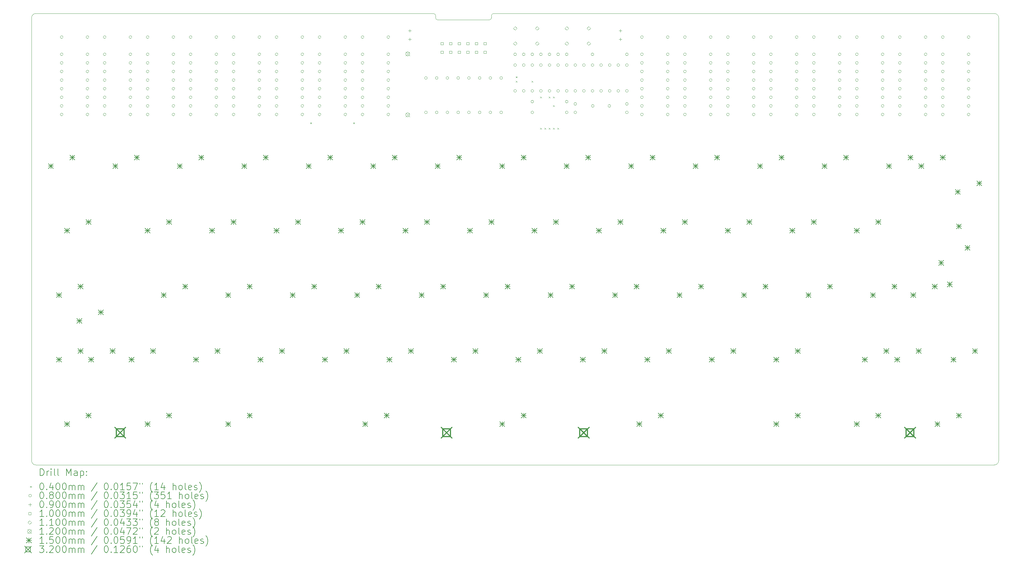
<source format=gbr>
%FSLAX45Y45*%
G04 Gerber Fmt 4.5, Leading zero omitted, Abs format (unit mm)*
G04 Created by KiCad (PCBNEW 6.0.0) date 2022-01-19 15:00:43*
%MOMM*%
%LPD*%
G01*
G04 APERTURE LIST*
%TA.AperFunction,Profile*%
%ADD10C,0.050000*%
%TD*%
%ADD11C,0.200000*%
%ADD12C,0.040000*%
%ADD13C,0.080000*%
%ADD14C,0.090000*%
%ADD15C,0.100000*%
%ADD16C,0.110000*%
%ADD17C,0.120000*%
%ADD18C,0.150000*%
%ADD19C,0.320000*%
G04 APERTURE END LIST*
D10*
X7747000Y-22225000D02*
X36068000Y-22225000D01*
X21272500Y-8890000D02*
X36068000Y-8890000D01*
X19558000Y-8953500D02*
G75*
G03*
X19494500Y-8890000I-63500J0D01*
G01*
X19558000Y-9017000D02*
X19558000Y-8953500D01*
X21145500Y-9080500D02*
G75*
G03*
X21209000Y-9017000I0J63500D01*
G01*
X19558000Y-9017000D02*
G75*
G03*
X19621500Y-9080500I63500J0D01*
G01*
X36195000Y-9017000D02*
G75*
G03*
X36068000Y-8890000I-127000J0D01*
G01*
X21209000Y-9017000D02*
X21209000Y-8953500D01*
X19494500Y-8890000D02*
X7747000Y-8890000D01*
X36195000Y-9017000D02*
X36195000Y-22098000D01*
X19621500Y-9080500D02*
X21145500Y-9080500D01*
X7620000Y-9017000D02*
X7620000Y-22098000D01*
X21272500Y-8890000D02*
G75*
G03*
X21209000Y-8953500I0J-63500D01*
G01*
X7747000Y-8890000D02*
G75*
G03*
X7620000Y-9017000I0J-127000D01*
G01*
X36068000Y-22225000D02*
G75*
G03*
X36195000Y-22098000I0J127000D01*
G01*
X7620000Y-22098000D02*
G75*
G03*
X7747000Y-22225000I127000J0D01*
G01*
D11*
D12*
X15855000Y-12108500D02*
X15895000Y-12148500D01*
X15895000Y-12108500D02*
X15855000Y-12148500D01*
X17125000Y-12108500D02*
X17165000Y-12148500D01*
X17165000Y-12108500D02*
X17125000Y-12148500D01*
X21927600Y-10749600D02*
X21967600Y-10789600D01*
X21967600Y-10749600D02*
X21927600Y-10789600D01*
X21927600Y-10879499D02*
X21967600Y-10919499D01*
X21967600Y-10879499D02*
X21927600Y-10919499D01*
X22395500Y-10879499D02*
X22435500Y-10919499D01*
X22435500Y-10879499D02*
X22395500Y-10919499D01*
X22649500Y-11346500D02*
X22689500Y-11386500D01*
X22689500Y-11346500D02*
X22649500Y-11386500D01*
X22649500Y-12267250D02*
X22689500Y-12307250D01*
X22689500Y-12267250D02*
X22649500Y-12307250D01*
X22776500Y-12267250D02*
X22816500Y-12307250D01*
X22816500Y-12267250D02*
X22776500Y-12307250D01*
X22903500Y-11346500D02*
X22943500Y-11386500D01*
X22943500Y-11346500D02*
X22903500Y-11386500D01*
X22903500Y-12267250D02*
X22943500Y-12307250D01*
X22943500Y-12267250D02*
X22903500Y-12307250D01*
X23030500Y-11346500D02*
X23070500Y-11386500D01*
X23070500Y-11346500D02*
X23030500Y-11386500D01*
X23030500Y-11600500D02*
X23070500Y-11640500D01*
X23070500Y-11600500D02*
X23030500Y-11640500D01*
X23030500Y-12267250D02*
X23070500Y-12307250D01*
X23070500Y-12267250D02*
X23030500Y-12307250D01*
X23157500Y-12267250D02*
X23197500Y-12307250D01*
X23197500Y-12267250D02*
X23157500Y-12307250D01*
D13*
X8549000Y-9588500D02*
G75*
G03*
X8549000Y-9588500I-40000J0D01*
G01*
X8549000Y-10096500D02*
G75*
G03*
X8549000Y-10096500I-40000J0D01*
G01*
X8549000Y-10350500D02*
G75*
G03*
X8549000Y-10350500I-40000J0D01*
G01*
X8549000Y-10604500D02*
G75*
G03*
X8549000Y-10604500I-40000J0D01*
G01*
X8549000Y-10858500D02*
G75*
G03*
X8549000Y-10858500I-40000J0D01*
G01*
X8549000Y-11112500D02*
G75*
G03*
X8549000Y-11112500I-40000J0D01*
G01*
X8549000Y-11366500D02*
G75*
G03*
X8549000Y-11366500I-40000J0D01*
G01*
X8549000Y-11620500D02*
G75*
G03*
X8549000Y-11620500I-40000J0D01*
G01*
X8549000Y-11874500D02*
G75*
G03*
X8549000Y-11874500I-40000J0D01*
G01*
X9311000Y-9588500D02*
G75*
G03*
X9311000Y-9588500I-40000J0D01*
G01*
X9311000Y-10096500D02*
G75*
G03*
X9311000Y-10096500I-40000J0D01*
G01*
X9311000Y-10350500D02*
G75*
G03*
X9311000Y-10350500I-40000J0D01*
G01*
X9311000Y-10604500D02*
G75*
G03*
X9311000Y-10604500I-40000J0D01*
G01*
X9311000Y-10858500D02*
G75*
G03*
X9311000Y-10858500I-40000J0D01*
G01*
X9311000Y-11112500D02*
G75*
G03*
X9311000Y-11112500I-40000J0D01*
G01*
X9311000Y-11366500D02*
G75*
G03*
X9311000Y-11366500I-40000J0D01*
G01*
X9311000Y-11620500D02*
G75*
G03*
X9311000Y-11620500I-40000J0D01*
G01*
X9311000Y-11874500D02*
G75*
G03*
X9311000Y-11874500I-40000J0D01*
G01*
X9819000Y-9588500D02*
G75*
G03*
X9819000Y-9588500I-40000J0D01*
G01*
X9819000Y-10096500D02*
G75*
G03*
X9819000Y-10096500I-40000J0D01*
G01*
X9819000Y-10350500D02*
G75*
G03*
X9819000Y-10350500I-40000J0D01*
G01*
X9819000Y-10604500D02*
G75*
G03*
X9819000Y-10604500I-40000J0D01*
G01*
X9819000Y-10858500D02*
G75*
G03*
X9819000Y-10858500I-40000J0D01*
G01*
X9819000Y-11112500D02*
G75*
G03*
X9819000Y-11112500I-40000J0D01*
G01*
X9819000Y-11366500D02*
G75*
G03*
X9819000Y-11366500I-40000J0D01*
G01*
X9819000Y-11620500D02*
G75*
G03*
X9819000Y-11620500I-40000J0D01*
G01*
X9819000Y-11874500D02*
G75*
G03*
X9819000Y-11874500I-40000J0D01*
G01*
X10581000Y-9588500D02*
G75*
G03*
X10581000Y-9588500I-40000J0D01*
G01*
X10581000Y-10096500D02*
G75*
G03*
X10581000Y-10096500I-40000J0D01*
G01*
X10581000Y-10350500D02*
G75*
G03*
X10581000Y-10350500I-40000J0D01*
G01*
X10581000Y-10604500D02*
G75*
G03*
X10581000Y-10604500I-40000J0D01*
G01*
X10581000Y-10858500D02*
G75*
G03*
X10581000Y-10858500I-40000J0D01*
G01*
X10581000Y-11112500D02*
G75*
G03*
X10581000Y-11112500I-40000J0D01*
G01*
X10581000Y-11366500D02*
G75*
G03*
X10581000Y-11366500I-40000J0D01*
G01*
X10581000Y-11620500D02*
G75*
G03*
X10581000Y-11620500I-40000J0D01*
G01*
X10581000Y-11874500D02*
G75*
G03*
X10581000Y-11874500I-40000J0D01*
G01*
X11089000Y-9588500D02*
G75*
G03*
X11089000Y-9588500I-40000J0D01*
G01*
X11089000Y-10096500D02*
G75*
G03*
X11089000Y-10096500I-40000J0D01*
G01*
X11089000Y-10350500D02*
G75*
G03*
X11089000Y-10350500I-40000J0D01*
G01*
X11089000Y-10604500D02*
G75*
G03*
X11089000Y-10604500I-40000J0D01*
G01*
X11089000Y-10858500D02*
G75*
G03*
X11089000Y-10858500I-40000J0D01*
G01*
X11089000Y-11112500D02*
G75*
G03*
X11089000Y-11112500I-40000J0D01*
G01*
X11089000Y-11366500D02*
G75*
G03*
X11089000Y-11366500I-40000J0D01*
G01*
X11089000Y-11620500D02*
G75*
G03*
X11089000Y-11620500I-40000J0D01*
G01*
X11089000Y-11874500D02*
G75*
G03*
X11089000Y-11874500I-40000J0D01*
G01*
X11851000Y-9588500D02*
G75*
G03*
X11851000Y-9588500I-40000J0D01*
G01*
X11851000Y-10096500D02*
G75*
G03*
X11851000Y-10096500I-40000J0D01*
G01*
X11851000Y-10350500D02*
G75*
G03*
X11851000Y-10350500I-40000J0D01*
G01*
X11851000Y-10604500D02*
G75*
G03*
X11851000Y-10604500I-40000J0D01*
G01*
X11851000Y-10858500D02*
G75*
G03*
X11851000Y-10858500I-40000J0D01*
G01*
X11851000Y-11112500D02*
G75*
G03*
X11851000Y-11112500I-40000J0D01*
G01*
X11851000Y-11366500D02*
G75*
G03*
X11851000Y-11366500I-40000J0D01*
G01*
X11851000Y-11620500D02*
G75*
G03*
X11851000Y-11620500I-40000J0D01*
G01*
X11851000Y-11874500D02*
G75*
G03*
X11851000Y-11874500I-40000J0D01*
G01*
X12359000Y-9588500D02*
G75*
G03*
X12359000Y-9588500I-40000J0D01*
G01*
X12359000Y-10096500D02*
G75*
G03*
X12359000Y-10096500I-40000J0D01*
G01*
X12359000Y-10350500D02*
G75*
G03*
X12359000Y-10350500I-40000J0D01*
G01*
X12359000Y-10604500D02*
G75*
G03*
X12359000Y-10604500I-40000J0D01*
G01*
X12359000Y-10858500D02*
G75*
G03*
X12359000Y-10858500I-40000J0D01*
G01*
X12359000Y-11112500D02*
G75*
G03*
X12359000Y-11112500I-40000J0D01*
G01*
X12359000Y-11366500D02*
G75*
G03*
X12359000Y-11366500I-40000J0D01*
G01*
X12359000Y-11620500D02*
G75*
G03*
X12359000Y-11620500I-40000J0D01*
G01*
X12359000Y-11874500D02*
G75*
G03*
X12359000Y-11874500I-40000J0D01*
G01*
X13121000Y-9588500D02*
G75*
G03*
X13121000Y-9588500I-40000J0D01*
G01*
X13121000Y-10096500D02*
G75*
G03*
X13121000Y-10096500I-40000J0D01*
G01*
X13121000Y-10350500D02*
G75*
G03*
X13121000Y-10350500I-40000J0D01*
G01*
X13121000Y-10604500D02*
G75*
G03*
X13121000Y-10604500I-40000J0D01*
G01*
X13121000Y-10858500D02*
G75*
G03*
X13121000Y-10858500I-40000J0D01*
G01*
X13121000Y-11112500D02*
G75*
G03*
X13121000Y-11112500I-40000J0D01*
G01*
X13121000Y-11366500D02*
G75*
G03*
X13121000Y-11366500I-40000J0D01*
G01*
X13121000Y-11620500D02*
G75*
G03*
X13121000Y-11620500I-40000J0D01*
G01*
X13121000Y-11874500D02*
G75*
G03*
X13121000Y-11874500I-40000J0D01*
G01*
X13629000Y-9588500D02*
G75*
G03*
X13629000Y-9588500I-40000J0D01*
G01*
X13629000Y-10096500D02*
G75*
G03*
X13629000Y-10096500I-40000J0D01*
G01*
X13629000Y-10350500D02*
G75*
G03*
X13629000Y-10350500I-40000J0D01*
G01*
X13629000Y-10604500D02*
G75*
G03*
X13629000Y-10604500I-40000J0D01*
G01*
X13629000Y-10858500D02*
G75*
G03*
X13629000Y-10858500I-40000J0D01*
G01*
X13629000Y-11112500D02*
G75*
G03*
X13629000Y-11112500I-40000J0D01*
G01*
X13629000Y-11366500D02*
G75*
G03*
X13629000Y-11366500I-40000J0D01*
G01*
X13629000Y-11620500D02*
G75*
G03*
X13629000Y-11620500I-40000J0D01*
G01*
X13629000Y-11874500D02*
G75*
G03*
X13629000Y-11874500I-40000J0D01*
G01*
X14391000Y-9588500D02*
G75*
G03*
X14391000Y-9588500I-40000J0D01*
G01*
X14391000Y-10096500D02*
G75*
G03*
X14391000Y-10096500I-40000J0D01*
G01*
X14391000Y-10350500D02*
G75*
G03*
X14391000Y-10350500I-40000J0D01*
G01*
X14391000Y-10604500D02*
G75*
G03*
X14391000Y-10604500I-40000J0D01*
G01*
X14391000Y-10858500D02*
G75*
G03*
X14391000Y-10858500I-40000J0D01*
G01*
X14391000Y-11112500D02*
G75*
G03*
X14391000Y-11112500I-40000J0D01*
G01*
X14391000Y-11366500D02*
G75*
G03*
X14391000Y-11366500I-40000J0D01*
G01*
X14391000Y-11620500D02*
G75*
G03*
X14391000Y-11620500I-40000J0D01*
G01*
X14391000Y-11874500D02*
G75*
G03*
X14391000Y-11874500I-40000J0D01*
G01*
X14899000Y-9588500D02*
G75*
G03*
X14899000Y-9588500I-40000J0D01*
G01*
X14899000Y-10096500D02*
G75*
G03*
X14899000Y-10096500I-40000J0D01*
G01*
X14899000Y-10350500D02*
G75*
G03*
X14899000Y-10350500I-40000J0D01*
G01*
X14899000Y-10604500D02*
G75*
G03*
X14899000Y-10604500I-40000J0D01*
G01*
X14899000Y-10858500D02*
G75*
G03*
X14899000Y-10858500I-40000J0D01*
G01*
X14899000Y-11112500D02*
G75*
G03*
X14899000Y-11112500I-40000J0D01*
G01*
X14899000Y-11366500D02*
G75*
G03*
X14899000Y-11366500I-40000J0D01*
G01*
X14899000Y-11620500D02*
G75*
G03*
X14899000Y-11620500I-40000J0D01*
G01*
X14899000Y-11874500D02*
G75*
G03*
X14899000Y-11874500I-40000J0D01*
G01*
X15661000Y-9588500D02*
G75*
G03*
X15661000Y-9588500I-40000J0D01*
G01*
X15661000Y-10096500D02*
G75*
G03*
X15661000Y-10096500I-40000J0D01*
G01*
X15661000Y-10350500D02*
G75*
G03*
X15661000Y-10350500I-40000J0D01*
G01*
X15661000Y-10604500D02*
G75*
G03*
X15661000Y-10604500I-40000J0D01*
G01*
X15661000Y-10858500D02*
G75*
G03*
X15661000Y-10858500I-40000J0D01*
G01*
X15661000Y-11112500D02*
G75*
G03*
X15661000Y-11112500I-40000J0D01*
G01*
X15661000Y-11366500D02*
G75*
G03*
X15661000Y-11366500I-40000J0D01*
G01*
X15661000Y-11620500D02*
G75*
G03*
X15661000Y-11620500I-40000J0D01*
G01*
X15661000Y-11874500D02*
G75*
G03*
X15661000Y-11874500I-40000J0D01*
G01*
X16169000Y-9588500D02*
G75*
G03*
X16169000Y-9588500I-40000J0D01*
G01*
X16169000Y-10096500D02*
G75*
G03*
X16169000Y-10096500I-40000J0D01*
G01*
X16169000Y-10350500D02*
G75*
G03*
X16169000Y-10350500I-40000J0D01*
G01*
X16169000Y-10604500D02*
G75*
G03*
X16169000Y-10604500I-40000J0D01*
G01*
X16169000Y-10858500D02*
G75*
G03*
X16169000Y-10858500I-40000J0D01*
G01*
X16169000Y-11112500D02*
G75*
G03*
X16169000Y-11112500I-40000J0D01*
G01*
X16169000Y-11366500D02*
G75*
G03*
X16169000Y-11366500I-40000J0D01*
G01*
X16169000Y-11620500D02*
G75*
G03*
X16169000Y-11620500I-40000J0D01*
G01*
X16169000Y-11874500D02*
G75*
G03*
X16169000Y-11874500I-40000J0D01*
G01*
X16931000Y-9588500D02*
G75*
G03*
X16931000Y-9588500I-40000J0D01*
G01*
X16931000Y-10096500D02*
G75*
G03*
X16931000Y-10096500I-40000J0D01*
G01*
X16931000Y-10350500D02*
G75*
G03*
X16931000Y-10350500I-40000J0D01*
G01*
X16931000Y-10604500D02*
G75*
G03*
X16931000Y-10604500I-40000J0D01*
G01*
X16931000Y-10858500D02*
G75*
G03*
X16931000Y-10858500I-40000J0D01*
G01*
X16931000Y-11112500D02*
G75*
G03*
X16931000Y-11112500I-40000J0D01*
G01*
X16931000Y-11366500D02*
G75*
G03*
X16931000Y-11366500I-40000J0D01*
G01*
X16931000Y-11620500D02*
G75*
G03*
X16931000Y-11620500I-40000J0D01*
G01*
X16931000Y-11874500D02*
G75*
G03*
X16931000Y-11874500I-40000J0D01*
G01*
X17439000Y-9588500D02*
G75*
G03*
X17439000Y-9588500I-40000J0D01*
G01*
X17439000Y-10096500D02*
G75*
G03*
X17439000Y-10096500I-40000J0D01*
G01*
X17439000Y-10350500D02*
G75*
G03*
X17439000Y-10350500I-40000J0D01*
G01*
X17439000Y-10604500D02*
G75*
G03*
X17439000Y-10604500I-40000J0D01*
G01*
X17439000Y-10858500D02*
G75*
G03*
X17439000Y-10858500I-40000J0D01*
G01*
X17439000Y-11112500D02*
G75*
G03*
X17439000Y-11112500I-40000J0D01*
G01*
X17439000Y-11366500D02*
G75*
G03*
X17439000Y-11366500I-40000J0D01*
G01*
X17439000Y-11620500D02*
G75*
G03*
X17439000Y-11620500I-40000J0D01*
G01*
X17439000Y-11874500D02*
G75*
G03*
X17439000Y-11874500I-40000J0D01*
G01*
X18201000Y-9588500D02*
G75*
G03*
X18201000Y-9588500I-40000J0D01*
G01*
X18201000Y-10096500D02*
G75*
G03*
X18201000Y-10096500I-40000J0D01*
G01*
X18201000Y-10350500D02*
G75*
G03*
X18201000Y-10350500I-40000J0D01*
G01*
X18201000Y-10604500D02*
G75*
G03*
X18201000Y-10604500I-40000J0D01*
G01*
X18201000Y-10858500D02*
G75*
G03*
X18201000Y-10858500I-40000J0D01*
G01*
X18201000Y-11112500D02*
G75*
G03*
X18201000Y-11112500I-40000J0D01*
G01*
X18201000Y-11366500D02*
G75*
G03*
X18201000Y-11366500I-40000J0D01*
G01*
X18201000Y-11620500D02*
G75*
G03*
X18201000Y-11620500I-40000J0D01*
G01*
X18201000Y-11874500D02*
G75*
G03*
X18201000Y-11874500I-40000J0D01*
G01*
X19312250Y-10795000D02*
G75*
G03*
X19312250Y-10795000I-40000J0D01*
G01*
X19312250Y-11811000D02*
G75*
G03*
X19312250Y-11811000I-40000J0D01*
G01*
X19629750Y-10795000D02*
G75*
G03*
X19629750Y-10795000I-40000J0D01*
G01*
X19629750Y-11811000D02*
G75*
G03*
X19629750Y-11811000I-40000J0D01*
G01*
X19947250Y-10795000D02*
G75*
G03*
X19947250Y-10795000I-40000J0D01*
G01*
X19947250Y-11811000D02*
G75*
G03*
X19947250Y-11811000I-40000J0D01*
G01*
X20264750Y-10795000D02*
G75*
G03*
X20264750Y-10795000I-40000J0D01*
G01*
X20264750Y-11811000D02*
G75*
G03*
X20264750Y-11811000I-40000J0D01*
G01*
X20582250Y-10795000D02*
G75*
G03*
X20582250Y-10795000I-40000J0D01*
G01*
X20582250Y-11811000D02*
G75*
G03*
X20582250Y-11811000I-40000J0D01*
G01*
X20899750Y-10795000D02*
G75*
G03*
X20899750Y-10795000I-40000J0D01*
G01*
X20899750Y-11811000D02*
G75*
G03*
X20899750Y-11811000I-40000J0D01*
G01*
X21217250Y-10795000D02*
G75*
G03*
X21217250Y-10795000I-40000J0D01*
G01*
X21217250Y-11811000D02*
G75*
G03*
X21217250Y-11811000I-40000J0D01*
G01*
X21534750Y-10795000D02*
G75*
G03*
X21534750Y-10795000I-40000J0D01*
G01*
X21534750Y-11811000D02*
G75*
G03*
X21534750Y-11811000I-40000J0D01*
G01*
X21947500Y-10096500D02*
G75*
G03*
X21947500Y-10096500I-40000J0D01*
G01*
X21947500Y-10414000D02*
G75*
G03*
X21947500Y-10414000I-40000J0D01*
G01*
X21947500Y-11176000D02*
G75*
G03*
X21947500Y-11176000I-40000J0D01*
G01*
X22201500Y-10096500D02*
G75*
G03*
X22201500Y-10096500I-40000J0D01*
G01*
X22201500Y-10414000D02*
G75*
G03*
X22201500Y-10414000I-40000J0D01*
G01*
X22201500Y-11176000D02*
G75*
G03*
X22201500Y-11176000I-40000J0D01*
G01*
X22455500Y-10096500D02*
G75*
G03*
X22455500Y-10096500I-40000J0D01*
G01*
X22455500Y-10414000D02*
G75*
G03*
X22455500Y-10414000I-40000J0D01*
G01*
X22455500Y-11176000D02*
G75*
G03*
X22455500Y-11176000I-40000J0D01*
G01*
X22455500Y-11493500D02*
G75*
G03*
X22455500Y-11493500I-40000J0D01*
G01*
X22455500Y-11811000D02*
G75*
G03*
X22455500Y-11811000I-40000J0D01*
G01*
X22709500Y-10096500D02*
G75*
G03*
X22709500Y-10096500I-40000J0D01*
G01*
X22709500Y-10414000D02*
G75*
G03*
X22709500Y-10414000I-40000J0D01*
G01*
X22709500Y-11176000D02*
G75*
G03*
X22709500Y-11176000I-40000J0D01*
G01*
X22963500Y-10096500D02*
G75*
G03*
X22963500Y-10096500I-40000J0D01*
G01*
X22963500Y-10414000D02*
G75*
G03*
X22963500Y-10414000I-40000J0D01*
G01*
X22963500Y-11176000D02*
G75*
G03*
X22963500Y-11176000I-40000J0D01*
G01*
X23217500Y-10096500D02*
G75*
G03*
X23217500Y-10096500I-40000J0D01*
G01*
X23217500Y-10414000D02*
G75*
G03*
X23217500Y-10414000I-40000J0D01*
G01*
X23217500Y-11176000D02*
G75*
G03*
X23217500Y-11176000I-40000J0D01*
G01*
X23471500Y-10096500D02*
G75*
G03*
X23471500Y-10096500I-40000J0D01*
G01*
X23471500Y-10414000D02*
G75*
G03*
X23471500Y-10414000I-40000J0D01*
G01*
X23471500Y-11176000D02*
G75*
G03*
X23471500Y-11176000I-40000J0D01*
G01*
X23471500Y-11493500D02*
G75*
G03*
X23471500Y-11493500I-40000J0D01*
G01*
X23471500Y-11811000D02*
G75*
G03*
X23471500Y-11811000I-40000J0D01*
G01*
X23725500Y-10414000D02*
G75*
G03*
X23725500Y-10414000I-40000J0D01*
G01*
X23725500Y-11176000D02*
G75*
G03*
X23725500Y-11176000I-40000J0D01*
G01*
X23725500Y-11561000D02*
G75*
G03*
X23725500Y-11561000I-40000J0D01*
G01*
X23725500Y-11811000D02*
G75*
G03*
X23725500Y-11811000I-40000J0D01*
G01*
X23979500Y-10414000D02*
G75*
G03*
X23979500Y-10414000I-40000J0D01*
G01*
X23979500Y-11176000D02*
G75*
G03*
X23979500Y-11176000I-40000J0D01*
G01*
X24233500Y-10096500D02*
G75*
G03*
X24233500Y-10096500I-40000J0D01*
G01*
X24233500Y-10414000D02*
G75*
G03*
X24233500Y-10414000I-40000J0D01*
G01*
X24233500Y-11176000D02*
G75*
G03*
X24233500Y-11176000I-40000J0D01*
G01*
X24242500Y-11620500D02*
G75*
G03*
X24242500Y-11620500I-40000J0D01*
G01*
X24487500Y-10414000D02*
G75*
G03*
X24487500Y-10414000I-40000J0D01*
G01*
X24487500Y-11176000D02*
G75*
G03*
X24487500Y-11176000I-40000J0D01*
G01*
X24730500Y-11620500D02*
G75*
G03*
X24730500Y-11620500I-40000J0D01*
G01*
X24741500Y-10414000D02*
G75*
G03*
X24741500Y-10414000I-40000J0D01*
G01*
X24741500Y-11176000D02*
G75*
G03*
X24741500Y-11176000I-40000J0D01*
G01*
X24995500Y-10414000D02*
G75*
G03*
X24995500Y-10414000I-40000J0D01*
G01*
X24995500Y-11176000D02*
G75*
G03*
X24995500Y-11176000I-40000J0D01*
G01*
X25249500Y-10096500D02*
G75*
G03*
X25249500Y-10096500I-40000J0D01*
G01*
X25249500Y-10414000D02*
G75*
G03*
X25249500Y-10414000I-40000J0D01*
G01*
X25249500Y-11176000D02*
G75*
G03*
X25249500Y-11176000I-40000J0D01*
G01*
X25249500Y-11561000D02*
G75*
G03*
X25249500Y-11561000I-40000J0D01*
G01*
X25249500Y-11811000D02*
G75*
G03*
X25249500Y-11811000I-40000J0D01*
G01*
X25694000Y-9588500D02*
G75*
G03*
X25694000Y-9588500I-40000J0D01*
G01*
X25694000Y-10096500D02*
G75*
G03*
X25694000Y-10096500I-40000J0D01*
G01*
X25694000Y-10350500D02*
G75*
G03*
X25694000Y-10350500I-40000J0D01*
G01*
X25694000Y-10604500D02*
G75*
G03*
X25694000Y-10604500I-40000J0D01*
G01*
X25694000Y-10858500D02*
G75*
G03*
X25694000Y-10858500I-40000J0D01*
G01*
X25694000Y-11112500D02*
G75*
G03*
X25694000Y-11112500I-40000J0D01*
G01*
X25694000Y-11366500D02*
G75*
G03*
X25694000Y-11366500I-40000J0D01*
G01*
X25694000Y-11620500D02*
G75*
G03*
X25694000Y-11620500I-40000J0D01*
G01*
X25694000Y-11874500D02*
G75*
G03*
X25694000Y-11874500I-40000J0D01*
G01*
X26456000Y-9588500D02*
G75*
G03*
X26456000Y-9588500I-40000J0D01*
G01*
X26456000Y-10096500D02*
G75*
G03*
X26456000Y-10096500I-40000J0D01*
G01*
X26456000Y-10350500D02*
G75*
G03*
X26456000Y-10350500I-40000J0D01*
G01*
X26456000Y-10604500D02*
G75*
G03*
X26456000Y-10604500I-40000J0D01*
G01*
X26456000Y-10858500D02*
G75*
G03*
X26456000Y-10858500I-40000J0D01*
G01*
X26456000Y-11112500D02*
G75*
G03*
X26456000Y-11112500I-40000J0D01*
G01*
X26456000Y-11366500D02*
G75*
G03*
X26456000Y-11366500I-40000J0D01*
G01*
X26456000Y-11620500D02*
G75*
G03*
X26456000Y-11620500I-40000J0D01*
G01*
X26456000Y-11874500D02*
G75*
G03*
X26456000Y-11874500I-40000J0D01*
G01*
X26964000Y-9588500D02*
G75*
G03*
X26964000Y-9588500I-40000J0D01*
G01*
X26964000Y-10096500D02*
G75*
G03*
X26964000Y-10096500I-40000J0D01*
G01*
X26964000Y-10350500D02*
G75*
G03*
X26964000Y-10350500I-40000J0D01*
G01*
X26964000Y-10604500D02*
G75*
G03*
X26964000Y-10604500I-40000J0D01*
G01*
X26964000Y-10858500D02*
G75*
G03*
X26964000Y-10858500I-40000J0D01*
G01*
X26964000Y-11112500D02*
G75*
G03*
X26964000Y-11112500I-40000J0D01*
G01*
X26964000Y-11366500D02*
G75*
G03*
X26964000Y-11366500I-40000J0D01*
G01*
X26964000Y-11620500D02*
G75*
G03*
X26964000Y-11620500I-40000J0D01*
G01*
X26964000Y-11874500D02*
G75*
G03*
X26964000Y-11874500I-40000J0D01*
G01*
X27726000Y-9588500D02*
G75*
G03*
X27726000Y-9588500I-40000J0D01*
G01*
X27726000Y-10096500D02*
G75*
G03*
X27726000Y-10096500I-40000J0D01*
G01*
X27726000Y-10350500D02*
G75*
G03*
X27726000Y-10350500I-40000J0D01*
G01*
X27726000Y-10604500D02*
G75*
G03*
X27726000Y-10604500I-40000J0D01*
G01*
X27726000Y-10858500D02*
G75*
G03*
X27726000Y-10858500I-40000J0D01*
G01*
X27726000Y-11112500D02*
G75*
G03*
X27726000Y-11112500I-40000J0D01*
G01*
X27726000Y-11366500D02*
G75*
G03*
X27726000Y-11366500I-40000J0D01*
G01*
X27726000Y-11620500D02*
G75*
G03*
X27726000Y-11620500I-40000J0D01*
G01*
X27726000Y-11874500D02*
G75*
G03*
X27726000Y-11874500I-40000J0D01*
G01*
X28234000Y-9588500D02*
G75*
G03*
X28234000Y-9588500I-40000J0D01*
G01*
X28234000Y-10096500D02*
G75*
G03*
X28234000Y-10096500I-40000J0D01*
G01*
X28234000Y-10350500D02*
G75*
G03*
X28234000Y-10350500I-40000J0D01*
G01*
X28234000Y-10604500D02*
G75*
G03*
X28234000Y-10604500I-40000J0D01*
G01*
X28234000Y-10858500D02*
G75*
G03*
X28234000Y-10858500I-40000J0D01*
G01*
X28234000Y-11112500D02*
G75*
G03*
X28234000Y-11112500I-40000J0D01*
G01*
X28234000Y-11366500D02*
G75*
G03*
X28234000Y-11366500I-40000J0D01*
G01*
X28234000Y-11620500D02*
G75*
G03*
X28234000Y-11620500I-40000J0D01*
G01*
X28234000Y-11874500D02*
G75*
G03*
X28234000Y-11874500I-40000J0D01*
G01*
X28996000Y-9588500D02*
G75*
G03*
X28996000Y-9588500I-40000J0D01*
G01*
X28996000Y-10096500D02*
G75*
G03*
X28996000Y-10096500I-40000J0D01*
G01*
X28996000Y-10350500D02*
G75*
G03*
X28996000Y-10350500I-40000J0D01*
G01*
X28996000Y-10604500D02*
G75*
G03*
X28996000Y-10604500I-40000J0D01*
G01*
X28996000Y-10858500D02*
G75*
G03*
X28996000Y-10858500I-40000J0D01*
G01*
X28996000Y-11112500D02*
G75*
G03*
X28996000Y-11112500I-40000J0D01*
G01*
X28996000Y-11366500D02*
G75*
G03*
X28996000Y-11366500I-40000J0D01*
G01*
X28996000Y-11620500D02*
G75*
G03*
X28996000Y-11620500I-40000J0D01*
G01*
X28996000Y-11874500D02*
G75*
G03*
X28996000Y-11874500I-40000J0D01*
G01*
X29504000Y-9588500D02*
G75*
G03*
X29504000Y-9588500I-40000J0D01*
G01*
X29504000Y-10096500D02*
G75*
G03*
X29504000Y-10096500I-40000J0D01*
G01*
X29504000Y-10350500D02*
G75*
G03*
X29504000Y-10350500I-40000J0D01*
G01*
X29504000Y-10604500D02*
G75*
G03*
X29504000Y-10604500I-40000J0D01*
G01*
X29504000Y-10858500D02*
G75*
G03*
X29504000Y-10858500I-40000J0D01*
G01*
X29504000Y-11112500D02*
G75*
G03*
X29504000Y-11112500I-40000J0D01*
G01*
X29504000Y-11366500D02*
G75*
G03*
X29504000Y-11366500I-40000J0D01*
G01*
X29504000Y-11620500D02*
G75*
G03*
X29504000Y-11620500I-40000J0D01*
G01*
X29504000Y-11874500D02*
G75*
G03*
X29504000Y-11874500I-40000J0D01*
G01*
X30266000Y-9588500D02*
G75*
G03*
X30266000Y-9588500I-40000J0D01*
G01*
X30266000Y-10096500D02*
G75*
G03*
X30266000Y-10096500I-40000J0D01*
G01*
X30266000Y-10350500D02*
G75*
G03*
X30266000Y-10350500I-40000J0D01*
G01*
X30266000Y-10604500D02*
G75*
G03*
X30266000Y-10604500I-40000J0D01*
G01*
X30266000Y-10858500D02*
G75*
G03*
X30266000Y-10858500I-40000J0D01*
G01*
X30266000Y-11112500D02*
G75*
G03*
X30266000Y-11112500I-40000J0D01*
G01*
X30266000Y-11366500D02*
G75*
G03*
X30266000Y-11366500I-40000J0D01*
G01*
X30266000Y-11620500D02*
G75*
G03*
X30266000Y-11620500I-40000J0D01*
G01*
X30266000Y-11874500D02*
G75*
G03*
X30266000Y-11874500I-40000J0D01*
G01*
X30774000Y-9588500D02*
G75*
G03*
X30774000Y-9588500I-40000J0D01*
G01*
X30774000Y-10096500D02*
G75*
G03*
X30774000Y-10096500I-40000J0D01*
G01*
X30774000Y-10350500D02*
G75*
G03*
X30774000Y-10350500I-40000J0D01*
G01*
X30774000Y-10604500D02*
G75*
G03*
X30774000Y-10604500I-40000J0D01*
G01*
X30774000Y-10858500D02*
G75*
G03*
X30774000Y-10858500I-40000J0D01*
G01*
X30774000Y-11112500D02*
G75*
G03*
X30774000Y-11112500I-40000J0D01*
G01*
X30774000Y-11366500D02*
G75*
G03*
X30774000Y-11366500I-40000J0D01*
G01*
X30774000Y-11620500D02*
G75*
G03*
X30774000Y-11620500I-40000J0D01*
G01*
X30774000Y-11874500D02*
G75*
G03*
X30774000Y-11874500I-40000J0D01*
G01*
X31536000Y-9588500D02*
G75*
G03*
X31536000Y-9588500I-40000J0D01*
G01*
X31536000Y-10096500D02*
G75*
G03*
X31536000Y-10096500I-40000J0D01*
G01*
X31536000Y-10350500D02*
G75*
G03*
X31536000Y-10350500I-40000J0D01*
G01*
X31536000Y-10604500D02*
G75*
G03*
X31536000Y-10604500I-40000J0D01*
G01*
X31536000Y-10858500D02*
G75*
G03*
X31536000Y-10858500I-40000J0D01*
G01*
X31536000Y-11112500D02*
G75*
G03*
X31536000Y-11112500I-40000J0D01*
G01*
X31536000Y-11366500D02*
G75*
G03*
X31536000Y-11366500I-40000J0D01*
G01*
X31536000Y-11620500D02*
G75*
G03*
X31536000Y-11620500I-40000J0D01*
G01*
X31536000Y-11874500D02*
G75*
G03*
X31536000Y-11874500I-40000J0D01*
G01*
X32044000Y-9588500D02*
G75*
G03*
X32044000Y-9588500I-40000J0D01*
G01*
X32044000Y-10096500D02*
G75*
G03*
X32044000Y-10096500I-40000J0D01*
G01*
X32044000Y-10350500D02*
G75*
G03*
X32044000Y-10350500I-40000J0D01*
G01*
X32044000Y-10604500D02*
G75*
G03*
X32044000Y-10604500I-40000J0D01*
G01*
X32044000Y-10858500D02*
G75*
G03*
X32044000Y-10858500I-40000J0D01*
G01*
X32044000Y-11112500D02*
G75*
G03*
X32044000Y-11112500I-40000J0D01*
G01*
X32044000Y-11366500D02*
G75*
G03*
X32044000Y-11366500I-40000J0D01*
G01*
X32044000Y-11620500D02*
G75*
G03*
X32044000Y-11620500I-40000J0D01*
G01*
X32044000Y-11874500D02*
G75*
G03*
X32044000Y-11874500I-40000J0D01*
G01*
X32806000Y-9588500D02*
G75*
G03*
X32806000Y-9588500I-40000J0D01*
G01*
X32806000Y-10096500D02*
G75*
G03*
X32806000Y-10096500I-40000J0D01*
G01*
X32806000Y-10350500D02*
G75*
G03*
X32806000Y-10350500I-40000J0D01*
G01*
X32806000Y-10604500D02*
G75*
G03*
X32806000Y-10604500I-40000J0D01*
G01*
X32806000Y-10858500D02*
G75*
G03*
X32806000Y-10858500I-40000J0D01*
G01*
X32806000Y-11112500D02*
G75*
G03*
X32806000Y-11112500I-40000J0D01*
G01*
X32806000Y-11366500D02*
G75*
G03*
X32806000Y-11366500I-40000J0D01*
G01*
X32806000Y-11620500D02*
G75*
G03*
X32806000Y-11620500I-40000J0D01*
G01*
X32806000Y-11874500D02*
G75*
G03*
X32806000Y-11874500I-40000J0D01*
G01*
X33314000Y-9588500D02*
G75*
G03*
X33314000Y-9588500I-40000J0D01*
G01*
X33314000Y-10096500D02*
G75*
G03*
X33314000Y-10096500I-40000J0D01*
G01*
X33314000Y-10350500D02*
G75*
G03*
X33314000Y-10350500I-40000J0D01*
G01*
X33314000Y-10604500D02*
G75*
G03*
X33314000Y-10604500I-40000J0D01*
G01*
X33314000Y-10858500D02*
G75*
G03*
X33314000Y-10858500I-40000J0D01*
G01*
X33314000Y-11112500D02*
G75*
G03*
X33314000Y-11112500I-40000J0D01*
G01*
X33314000Y-11366500D02*
G75*
G03*
X33314000Y-11366500I-40000J0D01*
G01*
X33314000Y-11620500D02*
G75*
G03*
X33314000Y-11620500I-40000J0D01*
G01*
X33314000Y-11874500D02*
G75*
G03*
X33314000Y-11874500I-40000J0D01*
G01*
X34076000Y-9588500D02*
G75*
G03*
X34076000Y-9588500I-40000J0D01*
G01*
X34076000Y-10096500D02*
G75*
G03*
X34076000Y-10096500I-40000J0D01*
G01*
X34076000Y-10350500D02*
G75*
G03*
X34076000Y-10350500I-40000J0D01*
G01*
X34076000Y-10604500D02*
G75*
G03*
X34076000Y-10604500I-40000J0D01*
G01*
X34076000Y-10858500D02*
G75*
G03*
X34076000Y-10858500I-40000J0D01*
G01*
X34076000Y-11112500D02*
G75*
G03*
X34076000Y-11112500I-40000J0D01*
G01*
X34076000Y-11366500D02*
G75*
G03*
X34076000Y-11366500I-40000J0D01*
G01*
X34076000Y-11620500D02*
G75*
G03*
X34076000Y-11620500I-40000J0D01*
G01*
X34076000Y-11874500D02*
G75*
G03*
X34076000Y-11874500I-40000J0D01*
G01*
X34584000Y-9588500D02*
G75*
G03*
X34584000Y-9588500I-40000J0D01*
G01*
X34584000Y-10096500D02*
G75*
G03*
X34584000Y-10096500I-40000J0D01*
G01*
X34584000Y-10350500D02*
G75*
G03*
X34584000Y-10350500I-40000J0D01*
G01*
X34584000Y-10604500D02*
G75*
G03*
X34584000Y-10604500I-40000J0D01*
G01*
X34584000Y-10858500D02*
G75*
G03*
X34584000Y-10858500I-40000J0D01*
G01*
X34584000Y-11112500D02*
G75*
G03*
X34584000Y-11112500I-40000J0D01*
G01*
X34584000Y-11366500D02*
G75*
G03*
X34584000Y-11366500I-40000J0D01*
G01*
X34584000Y-11620500D02*
G75*
G03*
X34584000Y-11620500I-40000J0D01*
G01*
X34584000Y-11874500D02*
G75*
G03*
X34584000Y-11874500I-40000J0D01*
G01*
X35346000Y-9588500D02*
G75*
G03*
X35346000Y-9588500I-40000J0D01*
G01*
X35346000Y-10096500D02*
G75*
G03*
X35346000Y-10096500I-40000J0D01*
G01*
X35346000Y-10350500D02*
G75*
G03*
X35346000Y-10350500I-40000J0D01*
G01*
X35346000Y-10604500D02*
G75*
G03*
X35346000Y-10604500I-40000J0D01*
G01*
X35346000Y-10858500D02*
G75*
G03*
X35346000Y-10858500I-40000J0D01*
G01*
X35346000Y-11112500D02*
G75*
G03*
X35346000Y-11112500I-40000J0D01*
G01*
X35346000Y-11366500D02*
G75*
G03*
X35346000Y-11366500I-40000J0D01*
G01*
X35346000Y-11620500D02*
G75*
G03*
X35346000Y-11620500I-40000J0D01*
G01*
X35346000Y-11874500D02*
G75*
G03*
X35346000Y-11874500I-40000J0D01*
G01*
D14*
X18796000Y-9353000D02*
X18796000Y-9443000D01*
X18751000Y-9398000D02*
X18841000Y-9398000D01*
X18796000Y-9607000D02*
X18796000Y-9697000D01*
X18751000Y-9652000D02*
X18841000Y-9652000D01*
X25019000Y-9353000D02*
X25019000Y-9443000D01*
X24974000Y-9398000D02*
X25064000Y-9398000D01*
X25019000Y-9607000D02*
X25019000Y-9697000D01*
X24974000Y-9652000D02*
X25064000Y-9652000D01*
D15*
X19783856Y-9814356D02*
X19783856Y-9743644D01*
X19713144Y-9743644D01*
X19713144Y-9814356D01*
X19783856Y-9814356D01*
X19783856Y-10068356D02*
X19783856Y-9997644D01*
X19713144Y-9997644D01*
X19713144Y-10068356D01*
X19783856Y-10068356D01*
X20037856Y-9814356D02*
X20037856Y-9743644D01*
X19967144Y-9743644D01*
X19967144Y-9814356D01*
X20037856Y-9814356D01*
X20037856Y-10068356D02*
X20037856Y-9997644D01*
X19967144Y-9997644D01*
X19967144Y-10068356D01*
X20037856Y-10068356D01*
X20291856Y-9814356D02*
X20291856Y-9743644D01*
X20221144Y-9743644D01*
X20221144Y-9814356D01*
X20291856Y-9814356D01*
X20291856Y-10068356D02*
X20291856Y-9997644D01*
X20221144Y-9997644D01*
X20221144Y-10068356D01*
X20291856Y-10068356D01*
X20545856Y-9814356D02*
X20545856Y-9743644D01*
X20475144Y-9743644D01*
X20475144Y-9814356D01*
X20545856Y-9814356D01*
X20545856Y-10068356D02*
X20545856Y-9997644D01*
X20475144Y-9997644D01*
X20475144Y-10068356D01*
X20545856Y-10068356D01*
X20799856Y-9814356D02*
X20799856Y-9743644D01*
X20729144Y-9743644D01*
X20729144Y-9814356D01*
X20799856Y-9814356D01*
X20799856Y-10068356D02*
X20799856Y-9997644D01*
X20729144Y-9997644D01*
X20729144Y-10068356D01*
X20799856Y-10068356D01*
X21053856Y-9814356D02*
X21053856Y-9743644D01*
X20983144Y-9743644D01*
X20983144Y-9814356D01*
X21053856Y-9814356D01*
X21053856Y-10068356D02*
X21053856Y-9997644D01*
X20983144Y-9997644D01*
X20983144Y-10068356D01*
X21053856Y-10068356D01*
D16*
X21907500Y-9384000D02*
X21962500Y-9329000D01*
X21907500Y-9274000D01*
X21852500Y-9329000D01*
X21907500Y-9384000D01*
X21907500Y-9834000D02*
X21962500Y-9779000D01*
X21907500Y-9724000D01*
X21852500Y-9779000D01*
X21907500Y-9834000D01*
X22557500Y-9384000D02*
X22612500Y-9329000D01*
X22557500Y-9274000D01*
X22502500Y-9329000D01*
X22557500Y-9384000D01*
X22557500Y-9834000D02*
X22612500Y-9779000D01*
X22557500Y-9724000D01*
X22502500Y-9779000D01*
X22557500Y-9834000D01*
X23431500Y-9384000D02*
X23486500Y-9329000D01*
X23431500Y-9274000D01*
X23376500Y-9329000D01*
X23431500Y-9384000D01*
X23431500Y-9834000D02*
X23486500Y-9779000D01*
X23431500Y-9724000D01*
X23376500Y-9779000D01*
X23431500Y-9834000D01*
X24081500Y-9384000D02*
X24136500Y-9329000D01*
X24081500Y-9274000D01*
X24026500Y-9329000D01*
X24081500Y-9384000D01*
X24081500Y-9834000D02*
X24136500Y-9779000D01*
X24081500Y-9724000D01*
X24026500Y-9779000D01*
X24081500Y-9834000D01*
D17*
X18672500Y-10024000D02*
X18792500Y-10144000D01*
X18792500Y-10024000D02*
X18672500Y-10144000D01*
X18792500Y-10084000D02*
G75*
G03*
X18792500Y-10084000I-60000J0D01*
G01*
X18672500Y-11824000D02*
X18792500Y-11944000D01*
X18792500Y-11824000D02*
X18672500Y-11944000D01*
X18792500Y-11884000D02*
G75*
G03*
X18792500Y-11884000I-60000J0D01*
G01*
D18*
X8116500Y-13323500D02*
X8266500Y-13473500D01*
X8266500Y-13323500D02*
X8116500Y-13473500D01*
X8191500Y-13323500D02*
X8191500Y-13473500D01*
X8116500Y-13398500D02*
X8266500Y-13398500D01*
X8354625Y-17133500D02*
X8504625Y-17283500D01*
X8504625Y-17133500D02*
X8354625Y-17283500D01*
X8429625Y-17133500D02*
X8429625Y-17283500D01*
X8354625Y-17208500D02*
X8504625Y-17208500D01*
X8354625Y-19038500D02*
X8504625Y-19188500D01*
X8504625Y-19038500D02*
X8354625Y-19188500D01*
X8429625Y-19038500D02*
X8429625Y-19188500D01*
X8354625Y-19113500D02*
X8504625Y-19113500D01*
X8592750Y-15228500D02*
X8742750Y-15378500D01*
X8742750Y-15228500D02*
X8592750Y-15378500D01*
X8667750Y-15228500D02*
X8667750Y-15378500D01*
X8592750Y-15303500D02*
X8742750Y-15303500D01*
X8592750Y-20943500D02*
X8742750Y-21093500D01*
X8742750Y-20943500D02*
X8592750Y-21093500D01*
X8667750Y-20943500D02*
X8667750Y-21093500D01*
X8592750Y-21018500D02*
X8742750Y-21018500D01*
X8751500Y-13069500D02*
X8901500Y-13219500D01*
X8901500Y-13069500D02*
X8751500Y-13219500D01*
X8826500Y-13069500D02*
X8826500Y-13219500D01*
X8751500Y-13144500D02*
X8901500Y-13144500D01*
X8957875Y-17895500D02*
X9107875Y-18045500D01*
X9107875Y-17895500D02*
X8957875Y-18045500D01*
X9032875Y-17895500D02*
X9032875Y-18045500D01*
X8957875Y-17970500D02*
X9107875Y-17970500D01*
X8989625Y-16879500D02*
X9139625Y-17029500D01*
X9139625Y-16879500D02*
X8989625Y-17029500D01*
X9064625Y-16879500D02*
X9064625Y-17029500D01*
X8989625Y-16954500D02*
X9139625Y-16954500D01*
X8989625Y-18784500D02*
X9139625Y-18934500D01*
X9139625Y-18784500D02*
X8989625Y-18934500D01*
X9064625Y-18784500D02*
X9064625Y-18934500D01*
X8989625Y-18859500D02*
X9139625Y-18859500D01*
X9227750Y-14974500D02*
X9377750Y-15124500D01*
X9377750Y-14974500D02*
X9227750Y-15124500D01*
X9302750Y-14974500D02*
X9302750Y-15124500D01*
X9227750Y-15049500D02*
X9377750Y-15049500D01*
X9227750Y-20689500D02*
X9377750Y-20839500D01*
X9377750Y-20689500D02*
X9227750Y-20839500D01*
X9302750Y-20689500D02*
X9302750Y-20839500D01*
X9227750Y-20764500D02*
X9377750Y-20764500D01*
X9307125Y-19038500D02*
X9457125Y-19188500D01*
X9457125Y-19038500D02*
X9307125Y-19188500D01*
X9382125Y-19038500D02*
X9382125Y-19188500D01*
X9307125Y-19113500D02*
X9457125Y-19113500D01*
X9592875Y-17641500D02*
X9742875Y-17791500D01*
X9742875Y-17641500D02*
X9592875Y-17791500D01*
X9667875Y-17641500D02*
X9667875Y-17791500D01*
X9592875Y-17716500D02*
X9742875Y-17716500D01*
X9942125Y-18784500D02*
X10092125Y-18934500D01*
X10092125Y-18784500D02*
X9942125Y-18934500D01*
X10017125Y-18784500D02*
X10017125Y-18934500D01*
X9942125Y-18859500D02*
X10092125Y-18859500D01*
X10021500Y-13323500D02*
X10171500Y-13473500D01*
X10171500Y-13323500D02*
X10021500Y-13473500D01*
X10096500Y-13323500D02*
X10096500Y-13473500D01*
X10021500Y-13398500D02*
X10171500Y-13398500D01*
X10497750Y-19038500D02*
X10647750Y-19188500D01*
X10647750Y-19038500D02*
X10497750Y-19188500D01*
X10572750Y-19038500D02*
X10572750Y-19188500D01*
X10497750Y-19113500D02*
X10647750Y-19113500D01*
X10656500Y-13069500D02*
X10806500Y-13219500D01*
X10806500Y-13069500D02*
X10656500Y-13219500D01*
X10731500Y-13069500D02*
X10731500Y-13219500D01*
X10656500Y-13144500D02*
X10806500Y-13144500D01*
X10974000Y-15228500D02*
X11124000Y-15378500D01*
X11124000Y-15228500D02*
X10974000Y-15378500D01*
X11049000Y-15228500D02*
X11049000Y-15378500D01*
X10974000Y-15303500D02*
X11124000Y-15303500D01*
X10974000Y-20943500D02*
X11124000Y-21093500D01*
X11124000Y-20943500D02*
X10974000Y-21093500D01*
X11049000Y-20943500D02*
X11049000Y-21093500D01*
X10974000Y-21018500D02*
X11124000Y-21018500D01*
X11132750Y-18784500D02*
X11282750Y-18934500D01*
X11282750Y-18784500D02*
X11132750Y-18934500D01*
X11207750Y-18784500D02*
X11207750Y-18934500D01*
X11132750Y-18859500D02*
X11282750Y-18859500D01*
X11450250Y-17133500D02*
X11600250Y-17283500D01*
X11600250Y-17133500D02*
X11450250Y-17283500D01*
X11525250Y-17133500D02*
X11525250Y-17283500D01*
X11450250Y-17208500D02*
X11600250Y-17208500D01*
X11609000Y-14974500D02*
X11759000Y-15124500D01*
X11759000Y-14974500D02*
X11609000Y-15124500D01*
X11684000Y-14974500D02*
X11684000Y-15124500D01*
X11609000Y-15049500D02*
X11759000Y-15049500D01*
X11609000Y-20689500D02*
X11759000Y-20839500D01*
X11759000Y-20689500D02*
X11609000Y-20839500D01*
X11684000Y-20689500D02*
X11684000Y-20839500D01*
X11609000Y-20764500D02*
X11759000Y-20764500D01*
X11926500Y-13323500D02*
X12076500Y-13473500D01*
X12076500Y-13323500D02*
X11926500Y-13473500D01*
X12001500Y-13323500D02*
X12001500Y-13473500D01*
X11926500Y-13398500D02*
X12076500Y-13398500D01*
X12085250Y-16879500D02*
X12235250Y-17029500D01*
X12235250Y-16879500D02*
X12085250Y-17029500D01*
X12160250Y-16879500D02*
X12160250Y-17029500D01*
X12085250Y-16954500D02*
X12235250Y-16954500D01*
X12402750Y-19038500D02*
X12552750Y-19188500D01*
X12552750Y-19038500D02*
X12402750Y-19188500D01*
X12477750Y-19038500D02*
X12477750Y-19188500D01*
X12402750Y-19113500D02*
X12552750Y-19113500D01*
X12561500Y-13069500D02*
X12711500Y-13219500D01*
X12711500Y-13069500D02*
X12561500Y-13219500D01*
X12636500Y-13069500D02*
X12636500Y-13219500D01*
X12561500Y-13144500D02*
X12711500Y-13144500D01*
X12879000Y-15228500D02*
X13029000Y-15378500D01*
X13029000Y-15228500D02*
X12879000Y-15378500D01*
X12954000Y-15228500D02*
X12954000Y-15378500D01*
X12879000Y-15303500D02*
X13029000Y-15303500D01*
X13037750Y-18784500D02*
X13187750Y-18934500D01*
X13187750Y-18784500D02*
X13037750Y-18934500D01*
X13112750Y-18784500D02*
X13112750Y-18934500D01*
X13037750Y-18859500D02*
X13187750Y-18859500D01*
X13355250Y-17133500D02*
X13505250Y-17283500D01*
X13505250Y-17133500D02*
X13355250Y-17283500D01*
X13430250Y-17133500D02*
X13430250Y-17283500D01*
X13355250Y-17208500D02*
X13505250Y-17208500D01*
X13355250Y-20943500D02*
X13505250Y-21093500D01*
X13505250Y-20943500D02*
X13355250Y-21093500D01*
X13430250Y-20943500D02*
X13430250Y-21093500D01*
X13355250Y-21018500D02*
X13505250Y-21018500D01*
X13514000Y-14974500D02*
X13664000Y-15124500D01*
X13664000Y-14974500D02*
X13514000Y-15124500D01*
X13589000Y-14974500D02*
X13589000Y-15124500D01*
X13514000Y-15049500D02*
X13664000Y-15049500D01*
X13831500Y-13323500D02*
X13981500Y-13473500D01*
X13981500Y-13323500D02*
X13831500Y-13473500D01*
X13906500Y-13323500D02*
X13906500Y-13473500D01*
X13831500Y-13398500D02*
X13981500Y-13398500D01*
X13990250Y-16879500D02*
X14140250Y-17029500D01*
X14140250Y-16879500D02*
X13990250Y-17029500D01*
X14065250Y-16879500D02*
X14065250Y-17029500D01*
X13990250Y-16954500D02*
X14140250Y-16954500D01*
X13990250Y-20689500D02*
X14140250Y-20839500D01*
X14140250Y-20689500D02*
X13990250Y-20839500D01*
X14065250Y-20689500D02*
X14065250Y-20839500D01*
X13990250Y-20764500D02*
X14140250Y-20764500D01*
X14307750Y-19038500D02*
X14457750Y-19188500D01*
X14457750Y-19038500D02*
X14307750Y-19188500D01*
X14382750Y-19038500D02*
X14382750Y-19188500D01*
X14307750Y-19113500D02*
X14457750Y-19113500D01*
X14466500Y-13069500D02*
X14616500Y-13219500D01*
X14616500Y-13069500D02*
X14466500Y-13219500D01*
X14541500Y-13069500D02*
X14541500Y-13219500D01*
X14466500Y-13144500D02*
X14616500Y-13144500D01*
X14784000Y-15228500D02*
X14934000Y-15378500D01*
X14934000Y-15228500D02*
X14784000Y-15378500D01*
X14859000Y-15228500D02*
X14859000Y-15378500D01*
X14784000Y-15303500D02*
X14934000Y-15303500D01*
X14942750Y-18784500D02*
X15092750Y-18934500D01*
X15092750Y-18784500D02*
X14942750Y-18934500D01*
X15017750Y-18784500D02*
X15017750Y-18934500D01*
X14942750Y-18859500D02*
X15092750Y-18859500D01*
X15260250Y-17133500D02*
X15410250Y-17283500D01*
X15410250Y-17133500D02*
X15260250Y-17283500D01*
X15335250Y-17133500D02*
X15335250Y-17283500D01*
X15260250Y-17208500D02*
X15410250Y-17208500D01*
X15419000Y-14974500D02*
X15569000Y-15124500D01*
X15569000Y-14974500D02*
X15419000Y-15124500D01*
X15494000Y-14974500D02*
X15494000Y-15124500D01*
X15419000Y-15049500D02*
X15569000Y-15049500D01*
X15736500Y-13323500D02*
X15886500Y-13473500D01*
X15886500Y-13323500D02*
X15736500Y-13473500D01*
X15811500Y-13323500D02*
X15811500Y-13473500D01*
X15736500Y-13398500D02*
X15886500Y-13398500D01*
X15895250Y-16879500D02*
X16045250Y-17029500D01*
X16045250Y-16879500D02*
X15895250Y-17029500D01*
X15970250Y-16879500D02*
X15970250Y-17029500D01*
X15895250Y-16954500D02*
X16045250Y-16954500D01*
X16212750Y-19038500D02*
X16362750Y-19188500D01*
X16362750Y-19038500D02*
X16212750Y-19188500D01*
X16287750Y-19038500D02*
X16287750Y-19188500D01*
X16212750Y-19113500D02*
X16362750Y-19113500D01*
X16371500Y-13069500D02*
X16521500Y-13219500D01*
X16521500Y-13069500D02*
X16371500Y-13219500D01*
X16446500Y-13069500D02*
X16446500Y-13219500D01*
X16371500Y-13144500D02*
X16521500Y-13144500D01*
X16689000Y-15228500D02*
X16839000Y-15378500D01*
X16839000Y-15228500D02*
X16689000Y-15378500D01*
X16764000Y-15228500D02*
X16764000Y-15378500D01*
X16689000Y-15303500D02*
X16839000Y-15303500D01*
X16847750Y-18784500D02*
X16997750Y-18934500D01*
X16997750Y-18784500D02*
X16847750Y-18934500D01*
X16922750Y-18784500D02*
X16922750Y-18934500D01*
X16847750Y-18859500D02*
X16997750Y-18859500D01*
X17165250Y-17133500D02*
X17315250Y-17283500D01*
X17315250Y-17133500D02*
X17165250Y-17283500D01*
X17240250Y-17133500D02*
X17240250Y-17283500D01*
X17165250Y-17208500D02*
X17315250Y-17208500D01*
X17324000Y-14974500D02*
X17474000Y-15124500D01*
X17474000Y-14974500D02*
X17324000Y-15124500D01*
X17399000Y-14974500D02*
X17399000Y-15124500D01*
X17324000Y-15049500D02*
X17474000Y-15049500D01*
X17403375Y-20943500D02*
X17553375Y-21093500D01*
X17553375Y-20943500D02*
X17403375Y-21093500D01*
X17478375Y-20943500D02*
X17478375Y-21093500D01*
X17403375Y-21018500D02*
X17553375Y-21018500D01*
X17641500Y-13323500D02*
X17791500Y-13473500D01*
X17791500Y-13323500D02*
X17641500Y-13473500D01*
X17716500Y-13323500D02*
X17716500Y-13473500D01*
X17641500Y-13398500D02*
X17791500Y-13398500D01*
X17800250Y-16879500D02*
X17950250Y-17029500D01*
X17950250Y-16879500D02*
X17800250Y-17029500D01*
X17875250Y-16879500D02*
X17875250Y-17029500D01*
X17800250Y-16954500D02*
X17950250Y-16954500D01*
X18038375Y-20689500D02*
X18188375Y-20839500D01*
X18188375Y-20689500D02*
X18038375Y-20839500D01*
X18113375Y-20689500D02*
X18113375Y-20839500D01*
X18038375Y-20764500D02*
X18188375Y-20764500D01*
X18117750Y-19038500D02*
X18267750Y-19188500D01*
X18267750Y-19038500D02*
X18117750Y-19188500D01*
X18192750Y-19038500D02*
X18192750Y-19188500D01*
X18117750Y-19113500D02*
X18267750Y-19113500D01*
X18276500Y-13069500D02*
X18426500Y-13219500D01*
X18426500Y-13069500D02*
X18276500Y-13219500D01*
X18351500Y-13069500D02*
X18351500Y-13219500D01*
X18276500Y-13144500D02*
X18426500Y-13144500D01*
X18594000Y-15228500D02*
X18744000Y-15378500D01*
X18744000Y-15228500D02*
X18594000Y-15378500D01*
X18669000Y-15228500D02*
X18669000Y-15378500D01*
X18594000Y-15303500D02*
X18744000Y-15303500D01*
X18752750Y-18784500D02*
X18902750Y-18934500D01*
X18902750Y-18784500D02*
X18752750Y-18934500D01*
X18827750Y-18784500D02*
X18827750Y-18934500D01*
X18752750Y-18859500D02*
X18902750Y-18859500D01*
X19070250Y-17133500D02*
X19220250Y-17283500D01*
X19220250Y-17133500D02*
X19070250Y-17283500D01*
X19145250Y-17133500D02*
X19145250Y-17283500D01*
X19070250Y-17208500D02*
X19220250Y-17208500D01*
X19229000Y-14974500D02*
X19379000Y-15124500D01*
X19379000Y-14974500D02*
X19229000Y-15124500D01*
X19304000Y-14974500D02*
X19304000Y-15124500D01*
X19229000Y-15049500D02*
X19379000Y-15049500D01*
X19546500Y-13323500D02*
X19696500Y-13473500D01*
X19696500Y-13323500D02*
X19546500Y-13473500D01*
X19621500Y-13323500D02*
X19621500Y-13473500D01*
X19546500Y-13398500D02*
X19696500Y-13398500D01*
X19705250Y-16879500D02*
X19855250Y-17029500D01*
X19855250Y-16879500D02*
X19705250Y-17029500D01*
X19780250Y-16879500D02*
X19780250Y-17029500D01*
X19705250Y-16954500D02*
X19855250Y-16954500D01*
X20022750Y-19038500D02*
X20172750Y-19188500D01*
X20172750Y-19038500D02*
X20022750Y-19188500D01*
X20097750Y-19038500D02*
X20097750Y-19188500D01*
X20022750Y-19113500D02*
X20172750Y-19113500D01*
X20181500Y-13069500D02*
X20331500Y-13219500D01*
X20331500Y-13069500D02*
X20181500Y-13219500D01*
X20256500Y-13069500D02*
X20256500Y-13219500D01*
X20181500Y-13144500D02*
X20331500Y-13144500D01*
X20499000Y-15228500D02*
X20649000Y-15378500D01*
X20649000Y-15228500D02*
X20499000Y-15378500D01*
X20574000Y-15228500D02*
X20574000Y-15378500D01*
X20499000Y-15303500D02*
X20649000Y-15303500D01*
X20657750Y-18784500D02*
X20807750Y-18934500D01*
X20807750Y-18784500D02*
X20657750Y-18934500D01*
X20732750Y-18784500D02*
X20732750Y-18934500D01*
X20657750Y-18859500D02*
X20807750Y-18859500D01*
X20975250Y-17133500D02*
X21125250Y-17283500D01*
X21125250Y-17133500D02*
X20975250Y-17283500D01*
X21050250Y-17133500D02*
X21050250Y-17283500D01*
X20975250Y-17208500D02*
X21125250Y-17208500D01*
X21134000Y-14974500D02*
X21284000Y-15124500D01*
X21284000Y-14974500D02*
X21134000Y-15124500D01*
X21209000Y-14974500D02*
X21209000Y-15124500D01*
X21134000Y-15049500D02*
X21284000Y-15049500D01*
X21451500Y-13323500D02*
X21601500Y-13473500D01*
X21601500Y-13323500D02*
X21451500Y-13473500D01*
X21526500Y-13323500D02*
X21526500Y-13473500D01*
X21451500Y-13398500D02*
X21601500Y-13398500D01*
X21451500Y-20943500D02*
X21601500Y-21093500D01*
X21601500Y-20943500D02*
X21451500Y-21093500D01*
X21526500Y-20943500D02*
X21526500Y-21093500D01*
X21451500Y-21018500D02*
X21601500Y-21018500D01*
X21610250Y-16879500D02*
X21760250Y-17029500D01*
X21760250Y-16879500D02*
X21610250Y-17029500D01*
X21685250Y-16879500D02*
X21685250Y-17029500D01*
X21610250Y-16954500D02*
X21760250Y-16954500D01*
X21927750Y-19038500D02*
X22077750Y-19188500D01*
X22077750Y-19038500D02*
X21927750Y-19188500D01*
X22002750Y-19038500D02*
X22002750Y-19188500D01*
X21927750Y-19113500D02*
X22077750Y-19113500D01*
X22086500Y-13069500D02*
X22236500Y-13219500D01*
X22236500Y-13069500D02*
X22086500Y-13219500D01*
X22161500Y-13069500D02*
X22161500Y-13219500D01*
X22086500Y-13144500D02*
X22236500Y-13144500D01*
X22086500Y-20689500D02*
X22236500Y-20839500D01*
X22236500Y-20689500D02*
X22086500Y-20839500D01*
X22161500Y-20689500D02*
X22161500Y-20839500D01*
X22086500Y-20764500D02*
X22236500Y-20764500D01*
X22404000Y-15228500D02*
X22554000Y-15378500D01*
X22554000Y-15228500D02*
X22404000Y-15378500D01*
X22479000Y-15228500D02*
X22479000Y-15378500D01*
X22404000Y-15303500D02*
X22554000Y-15303500D01*
X22562750Y-18784500D02*
X22712750Y-18934500D01*
X22712750Y-18784500D02*
X22562750Y-18934500D01*
X22637750Y-18784500D02*
X22637750Y-18934500D01*
X22562750Y-18859500D02*
X22712750Y-18859500D01*
X22880250Y-17133500D02*
X23030250Y-17283500D01*
X23030250Y-17133500D02*
X22880250Y-17283500D01*
X22955250Y-17133500D02*
X22955250Y-17283500D01*
X22880250Y-17208500D02*
X23030250Y-17208500D01*
X23039000Y-14974500D02*
X23189000Y-15124500D01*
X23189000Y-14974500D02*
X23039000Y-15124500D01*
X23114000Y-14974500D02*
X23114000Y-15124500D01*
X23039000Y-15049500D02*
X23189000Y-15049500D01*
X23356500Y-13323500D02*
X23506500Y-13473500D01*
X23506500Y-13323500D02*
X23356500Y-13473500D01*
X23431500Y-13323500D02*
X23431500Y-13473500D01*
X23356500Y-13398500D02*
X23506500Y-13398500D01*
X23515250Y-16879500D02*
X23665250Y-17029500D01*
X23665250Y-16879500D02*
X23515250Y-17029500D01*
X23590250Y-16879500D02*
X23590250Y-17029500D01*
X23515250Y-16954500D02*
X23665250Y-16954500D01*
X23832750Y-19038500D02*
X23982750Y-19188500D01*
X23982750Y-19038500D02*
X23832750Y-19188500D01*
X23907750Y-19038500D02*
X23907750Y-19188500D01*
X23832750Y-19113500D02*
X23982750Y-19113500D01*
X23991500Y-13069500D02*
X24141500Y-13219500D01*
X24141500Y-13069500D02*
X23991500Y-13219500D01*
X24066500Y-13069500D02*
X24066500Y-13219500D01*
X23991500Y-13144500D02*
X24141500Y-13144500D01*
X24309000Y-15228500D02*
X24459000Y-15378500D01*
X24459000Y-15228500D02*
X24309000Y-15378500D01*
X24384000Y-15228500D02*
X24384000Y-15378500D01*
X24309000Y-15303500D02*
X24459000Y-15303500D01*
X24467750Y-18784500D02*
X24617750Y-18934500D01*
X24617750Y-18784500D02*
X24467750Y-18934500D01*
X24542750Y-18784500D02*
X24542750Y-18934500D01*
X24467750Y-18859500D02*
X24617750Y-18859500D01*
X24785250Y-17133500D02*
X24935250Y-17283500D01*
X24935250Y-17133500D02*
X24785250Y-17283500D01*
X24860250Y-17133500D02*
X24860250Y-17283500D01*
X24785250Y-17208500D02*
X24935250Y-17208500D01*
X24944000Y-14974500D02*
X25094000Y-15124500D01*
X25094000Y-14974500D02*
X24944000Y-15124500D01*
X25019000Y-14974500D02*
X25019000Y-15124500D01*
X24944000Y-15049500D02*
X25094000Y-15049500D01*
X25261500Y-13323500D02*
X25411500Y-13473500D01*
X25411500Y-13323500D02*
X25261500Y-13473500D01*
X25336500Y-13323500D02*
X25336500Y-13473500D01*
X25261500Y-13398500D02*
X25411500Y-13398500D01*
X25420250Y-16879500D02*
X25570250Y-17029500D01*
X25570250Y-16879500D02*
X25420250Y-17029500D01*
X25495250Y-16879500D02*
X25495250Y-17029500D01*
X25420250Y-16954500D02*
X25570250Y-16954500D01*
X25499625Y-20943500D02*
X25649625Y-21093500D01*
X25649625Y-20943500D02*
X25499625Y-21093500D01*
X25574625Y-20943500D02*
X25574625Y-21093500D01*
X25499625Y-21018500D02*
X25649625Y-21018500D01*
X25737750Y-19038500D02*
X25887750Y-19188500D01*
X25887750Y-19038500D02*
X25737750Y-19188500D01*
X25812750Y-19038500D02*
X25812750Y-19188500D01*
X25737750Y-19113500D02*
X25887750Y-19113500D01*
X25896500Y-13069500D02*
X26046500Y-13219500D01*
X26046500Y-13069500D02*
X25896500Y-13219500D01*
X25971500Y-13069500D02*
X25971500Y-13219500D01*
X25896500Y-13144500D02*
X26046500Y-13144500D01*
X26134625Y-20689500D02*
X26284625Y-20839500D01*
X26284625Y-20689500D02*
X26134625Y-20839500D01*
X26209625Y-20689500D02*
X26209625Y-20839500D01*
X26134625Y-20764500D02*
X26284625Y-20764500D01*
X26214000Y-15228500D02*
X26364000Y-15378500D01*
X26364000Y-15228500D02*
X26214000Y-15378500D01*
X26289000Y-15228500D02*
X26289000Y-15378500D01*
X26214000Y-15303500D02*
X26364000Y-15303500D01*
X26372750Y-18784500D02*
X26522750Y-18934500D01*
X26522750Y-18784500D02*
X26372750Y-18934500D01*
X26447750Y-18784500D02*
X26447750Y-18934500D01*
X26372750Y-18859500D02*
X26522750Y-18859500D01*
X26690250Y-17133500D02*
X26840250Y-17283500D01*
X26840250Y-17133500D02*
X26690250Y-17283500D01*
X26765250Y-17133500D02*
X26765250Y-17283500D01*
X26690250Y-17208500D02*
X26840250Y-17208500D01*
X26849000Y-14974500D02*
X26999000Y-15124500D01*
X26999000Y-14974500D02*
X26849000Y-15124500D01*
X26924000Y-14974500D02*
X26924000Y-15124500D01*
X26849000Y-15049500D02*
X26999000Y-15049500D01*
X27166500Y-13323500D02*
X27316500Y-13473500D01*
X27316500Y-13323500D02*
X27166500Y-13473500D01*
X27241500Y-13323500D02*
X27241500Y-13473500D01*
X27166500Y-13398500D02*
X27316500Y-13398500D01*
X27325250Y-16879500D02*
X27475250Y-17029500D01*
X27475250Y-16879500D02*
X27325250Y-17029500D01*
X27400250Y-16879500D02*
X27400250Y-17029500D01*
X27325250Y-16954500D02*
X27475250Y-16954500D01*
X27642750Y-19038500D02*
X27792750Y-19188500D01*
X27792750Y-19038500D02*
X27642750Y-19188500D01*
X27717750Y-19038500D02*
X27717750Y-19188500D01*
X27642750Y-19113500D02*
X27792750Y-19113500D01*
X27801500Y-13069500D02*
X27951500Y-13219500D01*
X27951500Y-13069500D02*
X27801500Y-13219500D01*
X27876500Y-13069500D02*
X27876500Y-13219500D01*
X27801500Y-13144500D02*
X27951500Y-13144500D01*
X28119000Y-15228500D02*
X28269000Y-15378500D01*
X28269000Y-15228500D02*
X28119000Y-15378500D01*
X28194000Y-15228500D02*
X28194000Y-15378500D01*
X28119000Y-15303500D02*
X28269000Y-15303500D01*
X28277750Y-18784500D02*
X28427750Y-18934500D01*
X28427750Y-18784500D02*
X28277750Y-18934500D01*
X28352750Y-18784500D02*
X28352750Y-18934500D01*
X28277750Y-18859500D02*
X28427750Y-18859500D01*
X28595250Y-17133500D02*
X28745250Y-17283500D01*
X28745250Y-17133500D02*
X28595250Y-17283500D01*
X28670250Y-17133500D02*
X28670250Y-17283500D01*
X28595250Y-17208500D02*
X28745250Y-17208500D01*
X28754000Y-14974500D02*
X28904000Y-15124500D01*
X28904000Y-14974500D02*
X28754000Y-15124500D01*
X28829000Y-14974500D02*
X28829000Y-15124500D01*
X28754000Y-15049500D02*
X28904000Y-15049500D01*
X29071500Y-13323500D02*
X29221500Y-13473500D01*
X29221500Y-13323500D02*
X29071500Y-13473500D01*
X29146500Y-13323500D02*
X29146500Y-13473500D01*
X29071500Y-13398500D02*
X29221500Y-13398500D01*
X29230250Y-16879500D02*
X29380250Y-17029500D01*
X29380250Y-16879500D02*
X29230250Y-17029500D01*
X29305250Y-16879500D02*
X29305250Y-17029500D01*
X29230250Y-16954500D02*
X29380250Y-16954500D01*
X29547750Y-19038500D02*
X29697750Y-19188500D01*
X29697750Y-19038500D02*
X29547750Y-19188500D01*
X29622750Y-19038500D02*
X29622750Y-19188500D01*
X29547750Y-19113500D02*
X29697750Y-19113500D01*
X29547750Y-20943500D02*
X29697750Y-21093500D01*
X29697750Y-20943500D02*
X29547750Y-21093500D01*
X29622750Y-20943500D02*
X29622750Y-21093500D01*
X29547750Y-21018500D02*
X29697750Y-21018500D01*
X29706500Y-13069500D02*
X29856500Y-13219500D01*
X29856500Y-13069500D02*
X29706500Y-13219500D01*
X29781500Y-13069500D02*
X29781500Y-13219500D01*
X29706500Y-13144500D02*
X29856500Y-13144500D01*
X30024000Y-15228500D02*
X30174000Y-15378500D01*
X30174000Y-15228500D02*
X30024000Y-15378500D01*
X30099000Y-15228500D02*
X30099000Y-15378500D01*
X30024000Y-15303500D02*
X30174000Y-15303500D01*
X30182750Y-18784500D02*
X30332750Y-18934500D01*
X30332750Y-18784500D02*
X30182750Y-18934500D01*
X30257750Y-18784500D02*
X30257750Y-18934500D01*
X30182750Y-18859500D02*
X30332750Y-18859500D01*
X30182750Y-20689500D02*
X30332750Y-20839500D01*
X30332750Y-20689500D02*
X30182750Y-20839500D01*
X30257750Y-20689500D02*
X30257750Y-20839500D01*
X30182750Y-20764500D02*
X30332750Y-20764500D01*
X30500250Y-17133500D02*
X30650250Y-17283500D01*
X30650250Y-17133500D02*
X30500250Y-17283500D01*
X30575250Y-17133500D02*
X30575250Y-17283500D01*
X30500250Y-17208500D02*
X30650250Y-17208500D01*
X30659000Y-14974500D02*
X30809000Y-15124500D01*
X30809000Y-14974500D02*
X30659000Y-15124500D01*
X30734000Y-14974500D02*
X30734000Y-15124500D01*
X30659000Y-15049500D02*
X30809000Y-15049500D01*
X30976500Y-13323500D02*
X31126500Y-13473500D01*
X31126500Y-13323500D02*
X30976500Y-13473500D01*
X31051500Y-13323500D02*
X31051500Y-13473500D01*
X30976500Y-13398500D02*
X31126500Y-13398500D01*
X31135250Y-16879500D02*
X31285250Y-17029500D01*
X31285250Y-16879500D02*
X31135250Y-17029500D01*
X31210250Y-16879500D02*
X31210250Y-17029500D01*
X31135250Y-16954500D02*
X31285250Y-16954500D01*
X31611500Y-13069500D02*
X31761500Y-13219500D01*
X31761500Y-13069500D02*
X31611500Y-13219500D01*
X31686500Y-13069500D02*
X31686500Y-13219500D01*
X31611500Y-13144500D02*
X31761500Y-13144500D01*
X31929000Y-15228500D02*
X32079000Y-15378500D01*
X32079000Y-15228500D02*
X31929000Y-15378500D01*
X32004000Y-15228500D02*
X32004000Y-15378500D01*
X31929000Y-15303500D02*
X32079000Y-15303500D01*
X31929000Y-20943500D02*
X32079000Y-21093500D01*
X32079000Y-20943500D02*
X31929000Y-21093500D01*
X32004000Y-20943500D02*
X32004000Y-21093500D01*
X31929000Y-21018500D02*
X32079000Y-21018500D01*
X32167125Y-19038500D02*
X32317125Y-19188500D01*
X32317125Y-19038500D02*
X32167125Y-19188500D01*
X32242125Y-19038500D02*
X32242125Y-19188500D01*
X32167125Y-19113500D02*
X32317125Y-19113500D01*
X32405250Y-17133500D02*
X32555250Y-17283500D01*
X32555250Y-17133500D02*
X32405250Y-17283500D01*
X32480250Y-17133500D02*
X32480250Y-17283500D01*
X32405250Y-17208500D02*
X32555250Y-17208500D01*
X32564000Y-14974500D02*
X32714000Y-15124500D01*
X32714000Y-14974500D02*
X32564000Y-15124500D01*
X32639000Y-14974500D02*
X32639000Y-15124500D01*
X32564000Y-15049500D02*
X32714000Y-15049500D01*
X32564000Y-20689500D02*
X32714000Y-20839500D01*
X32714000Y-20689500D02*
X32564000Y-20839500D01*
X32639000Y-20689500D02*
X32639000Y-20839500D01*
X32564000Y-20764500D02*
X32714000Y-20764500D01*
X32802125Y-18784500D02*
X32952125Y-18934500D01*
X32952125Y-18784500D02*
X32802125Y-18934500D01*
X32877125Y-18784500D02*
X32877125Y-18934500D01*
X32802125Y-18859500D02*
X32952125Y-18859500D01*
X32881500Y-13323500D02*
X33031500Y-13473500D01*
X33031500Y-13323500D02*
X32881500Y-13473500D01*
X32956500Y-13323500D02*
X32956500Y-13473500D01*
X32881500Y-13398500D02*
X33031500Y-13398500D01*
X33040250Y-16879500D02*
X33190250Y-17029500D01*
X33190250Y-16879500D02*
X33040250Y-17029500D01*
X33115250Y-16879500D02*
X33115250Y-17029500D01*
X33040250Y-16954500D02*
X33190250Y-16954500D01*
X33119625Y-19038500D02*
X33269625Y-19188500D01*
X33269625Y-19038500D02*
X33119625Y-19188500D01*
X33194625Y-19038500D02*
X33194625Y-19188500D01*
X33119625Y-19113500D02*
X33269625Y-19113500D01*
X33516500Y-13069500D02*
X33666500Y-13219500D01*
X33666500Y-13069500D02*
X33516500Y-13219500D01*
X33591500Y-13069500D02*
X33591500Y-13219500D01*
X33516500Y-13144500D02*
X33666500Y-13144500D01*
X33595875Y-17133500D02*
X33745875Y-17283500D01*
X33745875Y-17133500D02*
X33595875Y-17283500D01*
X33670875Y-17133500D02*
X33670875Y-17283500D01*
X33595875Y-17208500D02*
X33745875Y-17208500D01*
X33754625Y-18784500D02*
X33904625Y-18934500D01*
X33904625Y-18784500D02*
X33754625Y-18934500D01*
X33829625Y-18784500D02*
X33829625Y-18934500D01*
X33754625Y-18859500D02*
X33904625Y-18859500D01*
X33834000Y-13323500D02*
X33984000Y-13473500D01*
X33984000Y-13323500D02*
X33834000Y-13473500D01*
X33909000Y-13323500D02*
X33909000Y-13473500D01*
X33834000Y-13398500D02*
X33984000Y-13398500D01*
X34230875Y-16879500D02*
X34380875Y-17029500D01*
X34380875Y-16879500D02*
X34230875Y-17029500D01*
X34305875Y-16879500D02*
X34305875Y-17029500D01*
X34230875Y-16954500D02*
X34380875Y-16954500D01*
X34310250Y-20943500D02*
X34460250Y-21093500D01*
X34460250Y-20943500D02*
X34310250Y-21093500D01*
X34385250Y-20943500D02*
X34385250Y-21093500D01*
X34310250Y-21018500D02*
X34460250Y-21018500D01*
X34421375Y-16181000D02*
X34571375Y-16331000D01*
X34571375Y-16181000D02*
X34421375Y-16331000D01*
X34496375Y-16181000D02*
X34496375Y-16331000D01*
X34421375Y-16256000D02*
X34571375Y-16256000D01*
X34469000Y-13069500D02*
X34619000Y-13219500D01*
X34619000Y-13069500D02*
X34469000Y-13219500D01*
X34544000Y-13069500D02*
X34544000Y-13219500D01*
X34469000Y-13144500D02*
X34619000Y-13144500D01*
X34675375Y-16816000D02*
X34825375Y-16966000D01*
X34825375Y-16816000D02*
X34675375Y-16966000D01*
X34750375Y-16816000D02*
X34750375Y-16966000D01*
X34675375Y-16891000D02*
X34825375Y-16891000D01*
X34786500Y-19038500D02*
X34936500Y-19188500D01*
X34936500Y-19038500D02*
X34786500Y-19188500D01*
X34861500Y-19038500D02*
X34861500Y-19188500D01*
X34786500Y-19113500D02*
X34936500Y-19113500D01*
X34913500Y-14085500D02*
X35063500Y-14235500D01*
X35063500Y-14085500D02*
X34913500Y-14235500D01*
X34988500Y-14085500D02*
X34988500Y-14235500D01*
X34913500Y-14160500D02*
X35063500Y-14160500D01*
X34945250Y-15101500D02*
X35095250Y-15251500D01*
X35095250Y-15101500D02*
X34945250Y-15251500D01*
X35020250Y-15101500D02*
X35020250Y-15251500D01*
X34945250Y-15176500D02*
X35095250Y-15176500D01*
X34945250Y-20689500D02*
X35095250Y-20839500D01*
X35095250Y-20689500D02*
X34945250Y-20839500D01*
X35020250Y-20689500D02*
X35020250Y-20839500D01*
X34945250Y-20764500D02*
X35095250Y-20764500D01*
X35199250Y-15736500D02*
X35349250Y-15886500D01*
X35349250Y-15736500D02*
X35199250Y-15886500D01*
X35274250Y-15736500D02*
X35274250Y-15886500D01*
X35199250Y-15811500D02*
X35349250Y-15811500D01*
X35421500Y-18784500D02*
X35571500Y-18934500D01*
X35571500Y-18784500D02*
X35421500Y-18934500D01*
X35496500Y-18784500D02*
X35496500Y-18934500D01*
X35421500Y-18859500D02*
X35571500Y-18859500D01*
X35548500Y-13831500D02*
X35698500Y-13981500D01*
X35698500Y-13831500D02*
X35548500Y-13981500D01*
X35623500Y-13831500D02*
X35623500Y-13981500D01*
X35548500Y-13906500D02*
X35698500Y-13906500D01*
D19*
X10079375Y-21112500D02*
X10399375Y-21432500D01*
X10399375Y-21112500D02*
X10079375Y-21432500D01*
X10352513Y-21385638D02*
X10352513Y-21159362D01*
X10126237Y-21159362D01*
X10126237Y-21385638D01*
X10352513Y-21385638D01*
X19723438Y-21112500D02*
X20043438Y-21432500D01*
X20043438Y-21112500D02*
X19723438Y-21432500D01*
X19996576Y-21385638D02*
X19996576Y-21159362D01*
X19770299Y-21159362D01*
X19770299Y-21385638D01*
X19996576Y-21385638D01*
X23771562Y-21112500D02*
X24091562Y-21432500D01*
X24091562Y-21112500D02*
X23771562Y-21432500D01*
X24044701Y-21385638D02*
X24044701Y-21159362D01*
X23818424Y-21159362D01*
X23818424Y-21385638D01*
X24044701Y-21385638D01*
X33415625Y-21112500D02*
X33735625Y-21432500D01*
X33735625Y-21112500D02*
X33415625Y-21432500D01*
X33688763Y-21385638D02*
X33688763Y-21159362D01*
X33462487Y-21159362D01*
X33462487Y-21385638D01*
X33688763Y-21385638D01*
D11*
X7875119Y-22537976D02*
X7875119Y-22337976D01*
X7922738Y-22337976D01*
X7951309Y-22347500D01*
X7970357Y-22366548D01*
X7979881Y-22385595D01*
X7989405Y-22423690D01*
X7989405Y-22452262D01*
X7979881Y-22490357D01*
X7970357Y-22509405D01*
X7951309Y-22528452D01*
X7922738Y-22537976D01*
X7875119Y-22537976D01*
X8075119Y-22537976D02*
X8075119Y-22404643D01*
X8075119Y-22442738D02*
X8084643Y-22423690D01*
X8094167Y-22414167D01*
X8113214Y-22404643D01*
X8132262Y-22404643D01*
X8198928Y-22537976D02*
X8198928Y-22404643D01*
X8198928Y-22337976D02*
X8189405Y-22347500D01*
X8198928Y-22357024D01*
X8208452Y-22347500D01*
X8198928Y-22337976D01*
X8198928Y-22357024D01*
X8322738Y-22537976D02*
X8303690Y-22528452D01*
X8294167Y-22509405D01*
X8294167Y-22337976D01*
X8427500Y-22537976D02*
X8408452Y-22528452D01*
X8398929Y-22509405D01*
X8398929Y-22337976D01*
X8656071Y-22537976D02*
X8656071Y-22337976D01*
X8722738Y-22480833D01*
X8789405Y-22337976D01*
X8789405Y-22537976D01*
X8970357Y-22537976D02*
X8970357Y-22433214D01*
X8960833Y-22414167D01*
X8941786Y-22404643D01*
X8903690Y-22404643D01*
X8884643Y-22414167D01*
X8970357Y-22528452D02*
X8951310Y-22537976D01*
X8903690Y-22537976D01*
X8884643Y-22528452D01*
X8875119Y-22509405D01*
X8875119Y-22490357D01*
X8884643Y-22471309D01*
X8903690Y-22461786D01*
X8951310Y-22461786D01*
X8970357Y-22452262D01*
X9065595Y-22404643D02*
X9065595Y-22604643D01*
X9065595Y-22414167D02*
X9084643Y-22404643D01*
X9122738Y-22404643D01*
X9141786Y-22414167D01*
X9151310Y-22423690D01*
X9160833Y-22442738D01*
X9160833Y-22499881D01*
X9151310Y-22518928D01*
X9141786Y-22528452D01*
X9122738Y-22537976D01*
X9084643Y-22537976D01*
X9065595Y-22528452D01*
X9246548Y-22518928D02*
X9256071Y-22528452D01*
X9246548Y-22537976D01*
X9237024Y-22528452D01*
X9246548Y-22518928D01*
X9246548Y-22537976D01*
X9246548Y-22414167D02*
X9256071Y-22423690D01*
X9246548Y-22433214D01*
X9237024Y-22423690D01*
X9246548Y-22414167D01*
X9246548Y-22433214D01*
D12*
X7577500Y-22847500D02*
X7617500Y-22887500D01*
X7617500Y-22847500D02*
X7577500Y-22887500D01*
D11*
X7913214Y-22757976D02*
X7932262Y-22757976D01*
X7951309Y-22767500D01*
X7960833Y-22777024D01*
X7970357Y-22796071D01*
X7979881Y-22834167D01*
X7979881Y-22881786D01*
X7970357Y-22919881D01*
X7960833Y-22938928D01*
X7951309Y-22948452D01*
X7932262Y-22957976D01*
X7913214Y-22957976D01*
X7894167Y-22948452D01*
X7884643Y-22938928D01*
X7875119Y-22919881D01*
X7865595Y-22881786D01*
X7865595Y-22834167D01*
X7875119Y-22796071D01*
X7884643Y-22777024D01*
X7894167Y-22767500D01*
X7913214Y-22757976D01*
X8065595Y-22938928D02*
X8075119Y-22948452D01*
X8065595Y-22957976D01*
X8056071Y-22948452D01*
X8065595Y-22938928D01*
X8065595Y-22957976D01*
X8246548Y-22824643D02*
X8246548Y-22957976D01*
X8198928Y-22748452D02*
X8151309Y-22891309D01*
X8275119Y-22891309D01*
X8389405Y-22757976D02*
X8408452Y-22757976D01*
X8427500Y-22767500D01*
X8437024Y-22777024D01*
X8446548Y-22796071D01*
X8456071Y-22834167D01*
X8456071Y-22881786D01*
X8446548Y-22919881D01*
X8437024Y-22938928D01*
X8427500Y-22948452D01*
X8408452Y-22957976D01*
X8389405Y-22957976D01*
X8370357Y-22948452D01*
X8360833Y-22938928D01*
X8351309Y-22919881D01*
X8341786Y-22881786D01*
X8341786Y-22834167D01*
X8351309Y-22796071D01*
X8360833Y-22777024D01*
X8370357Y-22767500D01*
X8389405Y-22757976D01*
X8579881Y-22757976D02*
X8598929Y-22757976D01*
X8617976Y-22767500D01*
X8627500Y-22777024D01*
X8637024Y-22796071D01*
X8646548Y-22834167D01*
X8646548Y-22881786D01*
X8637024Y-22919881D01*
X8627500Y-22938928D01*
X8617976Y-22948452D01*
X8598929Y-22957976D01*
X8579881Y-22957976D01*
X8560833Y-22948452D01*
X8551310Y-22938928D01*
X8541786Y-22919881D01*
X8532262Y-22881786D01*
X8532262Y-22834167D01*
X8541786Y-22796071D01*
X8551310Y-22777024D01*
X8560833Y-22767500D01*
X8579881Y-22757976D01*
X8732262Y-22957976D02*
X8732262Y-22824643D01*
X8732262Y-22843690D02*
X8741786Y-22834167D01*
X8760833Y-22824643D01*
X8789405Y-22824643D01*
X8808452Y-22834167D01*
X8817976Y-22853214D01*
X8817976Y-22957976D01*
X8817976Y-22853214D02*
X8827500Y-22834167D01*
X8846548Y-22824643D01*
X8875119Y-22824643D01*
X8894167Y-22834167D01*
X8903690Y-22853214D01*
X8903690Y-22957976D01*
X8998929Y-22957976D02*
X8998929Y-22824643D01*
X8998929Y-22843690D02*
X9008452Y-22834167D01*
X9027500Y-22824643D01*
X9056071Y-22824643D01*
X9075119Y-22834167D01*
X9084643Y-22853214D01*
X9084643Y-22957976D01*
X9084643Y-22853214D02*
X9094167Y-22834167D01*
X9113214Y-22824643D01*
X9141786Y-22824643D01*
X9160833Y-22834167D01*
X9170357Y-22853214D01*
X9170357Y-22957976D01*
X9560833Y-22748452D02*
X9389405Y-23005595D01*
X9817976Y-22757976D02*
X9837024Y-22757976D01*
X9856071Y-22767500D01*
X9865595Y-22777024D01*
X9875119Y-22796071D01*
X9884643Y-22834167D01*
X9884643Y-22881786D01*
X9875119Y-22919881D01*
X9865595Y-22938928D01*
X9856071Y-22948452D01*
X9837024Y-22957976D01*
X9817976Y-22957976D01*
X9798929Y-22948452D01*
X9789405Y-22938928D01*
X9779881Y-22919881D01*
X9770357Y-22881786D01*
X9770357Y-22834167D01*
X9779881Y-22796071D01*
X9789405Y-22777024D01*
X9798929Y-22767500D01*
X9817976Y-22757976D01*
X9970357Y-22938928D02*
X9979881Y-22948452D01*
X9970357Y-22957976D01*
X9960833Y-22948452D01*
X9970357Y-22938928D01*
X9970357Y-22957976D01*
X10103690Y-22757976D02*
X10122738Y-22757976D01*
X10141786Y-22767500D01*
X10151310Y-22777024D01*
X10160833Y-22796071D01*
X10170357Y-22834167D01*
X10170357Y-22881786D01*
X10160833Y-22919881D01*
X10151310Y-22938928D01*
X10141786Y-22948452D01*
X10122738Y-22957976D01*
X10103690Y-22957976D01*
X10084643Y-22948452D01*
X10075119Y-22938928D01*
X10065595Y-22919881D01*
X10056071Y-22881786D01*
X10056071Y-22834167D01*
X10065595Y-22796071D01*
X10075119Y-22777024D01*
X10084643Y-22767500D01*
X10103690Y-22757976D01*
X10360833Y-22957976D02*
X10246548Y-22957976D01*
X10303690Y-22957976D02*
X10303690Y-22757976D01*
X10284643Y-22786548D01*
X10265595Y-22805595D01*
X10246548Y-22815119D01*
X10541786Y-22757976D02*
X10446548Y-22757976D01*
X10437024Y-22853214D01*
X10446548Y-22843690D01*
X10465595Y-22834167D01*
X10513214Y-22834167D01*
X10532262Y-22843690D01*
X10541786Y-22853214D01*
X10551310Y-22872262D01*
X10551310Y-22919881D01*
X10541786Y-22938928D01*
X10532262Y-22948452D01*
X10513214Y-22957976D01*
X10465595Y-22957976D01*
X10446548Y-22948452D01*
X10437024Y-22938928D01*
X10617976Y-22757976D02*
X10751310Y-22757976D01*
X10665595Y-22957976D01*
X10817976Y-22757976D02*
X10817976Y-22796071D01*
X10894167Y-22757976D02*
X10894167Y-22796071D01*
X11189405Y-23034167D02*
X11179881Y-23024643D01*
X11160833Y-22996071D01*
X11151310Y-22977024D01*
X11141786Y-22948452D01*
X11132262Y-22900833D01*
X11132262Y-22862738D01*
X11141786Y-22815119D01*
X11151310Y-22786548D01*
X11160833Y-22767500D01*
X11179881Y-22738928D01*
X11189405Y-22729405D01*
X11370357Y-22957976D02*
X11256071Y-22957976D01*
X11313214Y-22957976D02*
X11313214Y-22757976D01*
X11294167Y-22786548D01*
X11275119Y-22805595D01*
X11256071Y-22815119D01*
X11541786Y-22824643D02*
X11541786Y-22957976D01*
X11494167Y-22748452D02*
X11446548Y-22891309D01*
X11570357Y-22891309D01*
X11798928Y-22957976D02*
X11798928Y-22757976D01*
X11884643Y-22957976D02*
X11884643Y-22853214D01*
X11875119Y-22834167D01*
X11856071Y-22824643D01*
X11827500Y-22824643D01*
X11808452Y-22834167D01*
X11798928Y-22843690D01*
X12008452Y-22957976D02*
X11989405Y-22948452D01*
X11979881Y-22938928D01*
X11970357Y-22919881D01*
X11970357Y-22862738D01*
X11979881Y-22843690D01*
X11989405Y-22834167D01*
X12008452Y-22824643D01*
X12037024Y-22824643D01*
X12056071Y-22834167D01*
X12065595Y-22843690D01*
X12075119Y-22862738D01*
X12075119Y-22919881D01*
X12065595Y-22938928D01*
X12056071Y-22948452D01*
X12037024Y-22957976D01*
X12008452Y-22957976D01*
X12189405Y-22957976D02*
X12170357Y-22948452D01*
X12160833Y-22929405D01*
X12160833Y-22757976D01*
X12341786Y-22948452D02*
X12322738Y-22957976D01*
X12284643Y-22957976D01*
X12265595Y-22948452D01*
X12256071Y-22929405D01*
X12256071Y-22853214D01*
X12265595Y-22834167D01*
X12284643Y-22824643D01*
X12322738Y-22824643D01*
X12341786Y-22834167D01*
X12351309Y-22853214D01*
X12351309Y-22872262D01*
X12256071Y-22891309D01*
X12427500Y-22948452D02*
X12446548Y-22957976D01*
X12484643Y-22957976D01*
X12503690Y-22948452D01*
X12513214Y-22929405D01*
X12513214Y-22919881D01*
X12503690Y-22900833D01*
X12484643Y-22891309D01*
X12456071Y-22891309D01*
X12437024Y-22881786D01*
X12427500Y-22862738D01*
X12427500Y-22853214D01*
X12437024Y-22834167D01*
X12456071Y-22824643D01*
X12484643Y-22824643D01*
X12503690Y-22834167D01*
X12579881Y-23034167D02*
X12589405Y-23024643D01*
X12608452Y-22996071D01*
X12617976Y-22977024D01*
X12627500Y-22948452D01*
X12637024Y-22900833D01*
X12637024Y-22862738D01*
X12627500Y-22815119D01*
X12617976Y-22786548D01*
X12608452Y-22767500D01*
X12589405Y-22738928D01*
X12579881Y-22729405D01*
D13*
X7617500Y-23131500D02*
G75*
G03*
X7617500Y-23131500I-40000J0D01*
G01*
D11*
X7913214Y-23021976D02*
X7932262Y-23021976D01*
X7951309Y-23031500D01*
X7960833Y-23041024D01*
X7970357Y-23060071D01*
X7979881Y-23098167D01*
X7979881Y-23145786D01*
X7970357Y-23183881D01*
X7960833Y-23202928D01*
X7951309Y-23212452D01*
X7932262Y-23221976D01*
X7913214Y-23221976D01*
X7894167Y-23212452D01*
X7884643Y-23202928D01*
X7875119Y-23183881D01*
X7865595Y-23145786D01*
X7865595Y-23098167D01*
X7875119Y-23060071D01*
X7884643Y-23041024D01*
X7894167Y-23031500D01*
X7913214Y-23021976D01*
X8065595Y-23202928D02*
X8075119Y-23212452D01*
X8065595Y-23221976D01*
X8056071Y-23212452D01*
X8065595Y-23202928D01*
X8065595Y-23221976D01*
X8189405Y-23107690D02*
X8170357Y-23098167D01*
X8160833Y-23088643D01*
X8151309Y-23069595D01*
X8151309Y-23060071D01*
X8160833Y-23041024D01*
X8170357Y-23031500D01*
X8189405Y-23021976D01*
X8227500Y-23021976D01*
X8246548Y-23031500D01*
X8256071Y-23041024D01*
X8265595Y-23060071D01*
X8265595Y-23069595D01*
X8256071Y-23088643D01*
X8246548Y-23098167D01*
X8227500Y-23107690D01*
X8189405Y-23107690D01*
X8170357Y-23117214D01*
X8160833Y-23126738D01*
X8151309Y-23145786D01*
X8151309Y-23183881D01*
X8160833Y-23202928D01*
X8170357Y-23212452D01*
X8189405Y-23221976D01*
X8227500Y-23221976D01*
X8246548Y-23212452D01*
X8256071Y-23202928D01*
X8265595Y-23183881D01*
X8265595Y-23145786D01*
X8256071Y-23126738D01*
X8246548Y-23117214D01*
X8227500Y-23107690D01*
X8389405Y-23021976D02*
X8408452Y-23021976D01*
X8427500Y-23031500D01*
X8437024Y-23041024D01*
X8446548Y-23060071D01*
X8456071Y-23098167D01*
X8456071Y-23145786D01*
X8446548Y-23183881D01*
X8437024Y-23202928D01*
X8427500Y-23212452D01*
X8408452Y-23221976D01*
X8389405Y-23221976D01*
X8370357Y-23212452D01*
X8360833Y-23202928D01*
X8351309Y-23183881D01*
X8341786Y-23145786D01*
X8341786Y-23098167D01*
X8351309Y-23060071D01*
X8360833Y-23041024D01*
X8370357Y-23031500D01*
X8389405Y-23021976D01*
X8579881Y-23021976D02*
X8598929Y-23021976D01*
X8617976Y-23031500D01*
X8627500Y-23041024D01*
X8637024Y-23060071D01*
X8646548Y-23098167D01*
X8646548Y-23145786D01*
X8637024Y-23183881D01*
X8627500Y-23202928D01*
X8617976Y-23212452D01*
X8598929Y-23221976D01*
X8579881Y-23221976D01*
X8560833Y-23212452D01*
X8551310Y-23202928D01*
X8541786Y-23183881D01*
X8532262Y-23145786D01*
X8532262Y-23098167D01*
X8541786Y-23060071D01*
X8551310Y-23041024D01*
X8560833Y-23031500D01*
X8579881Y-23021976D01*
X8732262Y-23221976D02*
X8732262Y-23088643D01*
X8732262Y-23107690D02*
X8741786Y-23098167D01*
X8760833Y-23088643D01*
X8789405Y-23088643D01*
X8808452Y-23098167D01*
X8817976Y-23117214D01*
X8817976Y-23221976D01*
X8817976Y-23117214D02*
X8827500Y-23098167D01*
X8846548Y-23088643D01*
X8875119Y-23088643D01*
X8894167Y-23098167D01*
X8903690Y-23117214D01*
X8903690Y-23221976D01*
X8998929Y-23221976D02*
X8998929Y-23088643D01*
X8998929Y-23107690D02*
X9008452Y-23098167D01*
X9027500Y-23088643D01*
X9056071Y-23088643D01*
X9075119Y-23098167D01*
X9084643Y-23117214D01*
X9084643Y-23221976D01*
X9084643Y-23117214D02*
X9094167Y-23098167D01*
X9113214Y-23088643D01*
X9141786Y-23088643D01*
X9160833Y-23098167D01*
X9170357Y-23117214D01*
X9170357Y-23221976D01*
X9560833Y-23012452D02*
X9389405Y-23269595D01*
X9817976Y-23021976D02*
X9837024Y-23021976D01*
X9856071Y-23031500D01*
X9865595Y-23041024D01*
X9875119Y-23060071D01*
X9884643Y-23098167D01*
X9884643Y-23145786D01*
X9875119Y-23183881D01*
X9865595Y-23202928D01*
X9856071Y-23212452D01*
X9837024Y-23221976D01*
X9817976Y-23221976D01*
X9798929Y-23212452D01*
X9789405Y-23202928D01*
X9779881Y-23183881D01*
X9770357Y-23145786D01*
X9770357Y-23098167D01*
X9779881Y-23060071D01*
X9789405Y-23041024D01*
X9798929Y-23031500D01*
X9817976Y-23021976D01*
X9970357Y-23202928D02*
X9979881Y-23212452D01*
X9970357Y-23221976D01*
X9960833Y-23212452D01*
X9970357Y-23202928D01*
X9970357Y-23221976D01*
X10103690Y-23021976D02*
X10122738Y-23021976D01*
X10141786Y-23031500D01*
X10151310Y-23041024D01*
X10160833Y-23060071D01*
X10170357Y-23098167D01*
X10170357Y-23145786D01*
X10160833Y-23183881D01*
X10151310Y-23202928D01*
X10141786Y-23212452D01*
X10122738Y-23221976D01*
X10103690Y-23221976D01*
X10084643Y-23212452D01*
X10075119Y-23202928D01*
X10065595Y-23183881D01*
X10056071Y-23145786D01*
X10056071Y-23098167D01*
X10065595Y-23060071D01*
X10075119Y-23041024D01*
X10084643Y-23031500D01*
X10103690Y-23021976D01*
X10237024Y-23021976D02*
X10360833Y-23021976D01*
X10294167Y-23098167D01*
X10322738Y-23098167D01*
X10341786Y-23107690D01*
X10351310Y-23117214D01*
X10360833Y-23136262D01*
X10360833Y-23183881D01*
X10351310Y-23202928D01*
X10341786Y-23212452D01*
X10322738Y-23221976D01*
X10265595Y-23221976D01*
X10246548Y-23212452D01*
X10237024Y-23202928D01*
X10551310Y-23221976D02*
X10437024Y-23221976D01*
X10494167Y-23221976D02*
X10494167Y-23021976D01*
X10475119Y-23050548D01*
X10456071Y-23069595D01*
X10437024Y-23079119D01*
X10732262Y-23021976D02*
X10637024Y-23021976D01*
X10627500Y-23117214D01*
X10637024Y-23107690D01*
X10656071Y-23098167D01*
X10703690Y-23098167D01*
X10722738Y-23107690D01*
X10732262Y-23117214D01*
X10741786Y-23136262D01*
X10741786Y-23183881D01*
X10732262Y-23202928D01*
X10722738Y-23212452D01*
X10703690Y-23221976D01*
X10656071Y-23221976D01*
X10637024Y-23212452D01*
X10627500Y-23202928D01*
X10817976Y-23021976D02*
X10817976Y-23060071D01*
X10894167Y-23021976D02*
X10894167Y-23060071D01*
X11189405Y-23298167D02*
X11179881Y-23288643D01*
X11160833Y-23260071D01*
X11151310Y-23241024D01*
X11141786Y-23212452D01*
X11132262Y-23164833D01*
X11132262Y-23126738D01*
X11141786Y-23079119D01*
X11151310Y-23050548D01*
X11160833Y-23031500D01*
X11179881Y-23002928D01*
X11189405Y-22993405D01*
X11246548Y-23021976D02*
X11370357Y-23021976D01*
X11303690Y-23098167D01*
X11332262Y-23098167D01*
X11351309Y-23107690D01*
X11360833Y-23117214D01*
X11370357Y-23136262D01*
X11370357Y-23183881D01*
X11360833Y-23202928D01*
X11351309Y-23212452D01*
X11332262Y-23221976D01*
X11275119Y-23221976D01*
X11256071Y-23212452D01*
X11246548Y-23202928D01*
X11551309Y-23021976D02*
X11456071Y-23021976D01*
X11446548Y-23117214D01*
X11456071Y-23107690D01*
X11475119Y-23098167D01*
X11522738Y-23098167D01*
X11541786Y-23107690D01*
X11551309Y-23117214D01*
X11560833Y-23136262D01*
X11560833Y-23183881D01*
X11551309Y-23202928D01*
X11541786Y-23212452D01*
X11522738Y-23221976D01*
X11475119Y-23221976D01*
X11456071Y-23212452D01*
X11446548Y-23202928D01*
X11751309Y-23221976D02*
X11637024Y-23221976D01*
X11694167Y-23221976D02*
X11694167Y-23021976D01*
X11675119Y-23050548D01*
X11656071Y-23069595D01*
X11637024Y-23079119D01*
X11989405Y-23221976D02*
X11989405Y-23021976D01*
X12075119Y-23221976D02*
X12075119Y-23117214D01*
X12065595Y-23098167D01*
X12046548Y-23088643D01*
X12017976Y-23088643D01*
X11998928Y-23098167D01*
X11989405Y-23107690D01*
X12198928Y-23221976D02*
X12179881Y-23212452D01*
X12170357Y-23202928D01*
X12160833Y-23183881D01*
X12160833Y-23126738D01*
X12170357Y-23107690D01*
X12179881Y-23098167D01*
X12198928Y-23088643D01*
X12227500Y-23088643D01*
X12246548Y-23098167D01*
X12256071Y-23107690D01*
X12265595Y-23126738D01*
X12265595Y-23183881D01*
X12256071Y-23202928D01*
X12246548Y-23212452D01*
X12227500Y-23221976D01*
X12198928Y-23221976D01*
X12379881Y-23221976D02*
X12360833Y-23212452D01*
X12351309Y-23193405D01*
X12351309Y-23021976D01*
X12532262Y-23212452D02*
X12513214Y-23221976D01*
X12475119Y-23221976D01*
X12456071Y-23212452D01*
X12446548Y-23193405D01*
X12446548Y-23117214D01*
X12456071Y-23098167D01*
X12475119Y-23088643D01*
X12513214Y-23088643D01*
X12532262Y-23098167D01*
X12541786Y-23117214D01*
X12541786Y-23136262D01*
X12446548Y-23155309D01*
X12617976Y-23212452D02*
X12637024Y-23221976D01*
X12675119Y-23221976D01*
X12694167Y-23212452D01*
X12703690Y-23193405D01*
X12703690Y-23183881D01*
X12694167Y-23164833D01*
X12675119Y-23155309D01*
X12646548Y-23155309D01*
X12627500Y-23145786D01*
X12617976Y-23126738D01*
X12617976Y-23117214D01*
X12627500Y-23098167D01*
X12646548Y-23088643D01*
X12675119Y-23088643D01*
X12694167Y-23098167D01*
X12770357Y-23298167D02*
X12779881Y-23288643D01*
X12798928Y-23260071D01*
X12808452Y-23241024D01*
X12817976Y-23212452D01*
X12827500Y-23164833D01*
X12827500Y-23126738D01*
X12817976Y-23079119D01*
X12808452Y-23050548D01*
X12798928Y-23031500D01*
X12779881Y-23002928D01*
X12770357Y-22993405D01*
D14*
X7572500Y-23350500D02*
X7572500Y-23440500D01*
X7527500Y-23395500D02*
X7617500Y-23395500D01*
D11*
X7913214Y-23285976D02*
X7932262Y-23285976D01*
X7951309Y-23295500D01*
X7960833Y-23305024D01*
X7970357Y-23324071D01*
X7979881Y-23362167D01*
X7979881Y-23409786D01*
X7970357Y-23447881D01*
X7960833Y-23466928D01*
X7951309Y-23476452D01*
X7932262Y-23485976D01*
X7913214Y-23485976D01*
X7894167Y-23476452D01*
X7884643Y-23466928D01*
X7875119Y-23447881D01*
X7865595Y-23409786D01*
X7865595Y-23362167D01*
X7875119Y-23324071D01*
X7884643Y-23305024D01*
X7894167Y-23295500D01*
X7913214Y-23285976D01*
X8065595Y-23466928D02*
X8075119Y-23476452D01*
X8065595Y-23485976D01*
X8056071Y-23476452D01*
X8065595Y-23466928D01*
X8065595Y-23485976D01*
X8170357Y-23485976D02*
X8208452Y-23485976D01*
X8227500Y-23476452D01*
X8237024Y-23466928D01*
X8256071Y-23438357D01*
X8265595Y-23400262D01*
X8265595Y-23324071D01*
X8256071Y-23305024D01*
X8246548Y-23295500D01*
X8227500Y-23285976D01*
X8189405Y-23285976D01*
X8170357Y-23295500D01*
X8160833Y-23305024D01*
X8151309Y-23324071D01*
X8151309Y-23371690D01*
X8160833Y-23390738D01*
X8170357Y-23400262D01*
X8189405Y-23409786D01*
X8227500Y-23409786D01*
X8246548Y-23400262D01*
X8256071Y-23390738D01*
X8265595Y-23371690D01*
X8389405Y-23285976D02*
X8408452Y-23285976D01*
X8427500Y-23295500D01*
X8437024Y-23305024D01*
X8446548Y-23324071D01*
X8456071Y-23362167D01*
X8456071Y-23409786D01*
X8446548Y-23447881D01*
X8437024Y-23466928D01*
X8427500Y-23476452D01*
X8408452Y-23485976D01*
X8389405Y-23485976D01*
X8370357Y-23476452D01*
X8360833Y-23466928D01*
X8351309Y-23447881D01*
X8341786Y-23409786D01*
X8341786Y-23362167D01*
X8351309Y-23324071D01*
X8360833Y-23305024D01*
X8370357Y-23295500D01*
X8389405Y-23285976D01*
X8579881Y-23285976D02*
X8598929Y-23285976D01*
X8617976Y-23295500D01*
X8627500Y-23305024D01*
X8637024Y-23324071D01*
X8646548Y-23362167D01*
X8646548Y-23409786D01*
X8637024Y-23447881D01*
X8627500Y-23466928D01*
X8617976Y-23476452D01*
X8598929Y-23485976D01*
X8579881Y-23485976D01*
X8560833Y-23476452D01*
X8551310Y-23466928D01*
X8541786Y-23447881D01*
X8532262Y-23409786D01*
X8532262Y-23362167D01*
X8541786Y-23324071D01*
X8551310Y-23305024D01*
X8560833Y-23295500D01*
X8579881Y-23285976D01*
X8732262Y-23485976D02*
X8732262Y-23352643D01*
X8732262Y-23371690D02*
X8741786Y-23362167D01*
X8760833Y-23352643D01*
X8789405Y-23352643D01*
X8808452Y-23362167D01*
X8817976Y-23381214D01*
X8817976Y-23485976D01*
X8817976Y-23381214D02*
X8827500Y-23362167D01*
X8846548Y-23352643D01*
X8875119Y-23352643D01*
X8894167Y-23362167D01*
X8903690Y-23381214D01*
X8903690Y-23485976D01*
X8998929Y-23485976D02*
X8998929Y-23352643D01*
X8998929Y-23371690D02*
X9008452Y-23362167D01*
X9027500Y-23352643D01*
X9056071Y-23352643D01*
X9075119Y-23362167D01*
X9084643Y-23381214D01*
X9084643Y-23485976D01*
X9084643Y-23381214D02*
X9094167Y-23362167D01*
X9113214Y-23352643D01*
X9141786Y-23352643D01*
X9160833Y-23362167D01*
X9170357Y-23381214D01*
X9170357Y-23485976D01*
X9560833Y-23276452D02*
X9389405Y-23533595D01*
X9817976Y-23285976D02*
X9837024Y-23285976D01*
X9856071Y-23295500D01*
X9865595Y-23305024D01*
X9875119Y-23324071D01*
X9884643Y-23362167D01*
X9884643Y-23409786D01*
X9875119Y-23447881D01*
X9865595Y-23466928D01*
X9856071Y-23476452D01*
X9837024Y-23485976D01*
X9817976Y-23485976D01*
X9798929Y-23476452D01*
X9789405Y-23466928D01*
X9779881Y-23447881D01*
X9770357Y-23409786D01*
X9770357Y-23362167D01*
X9779881Y-23324071D01*
X9789405Y-23305024D01*
X9798929Y-23295500D01*
X9817976Y-23285976D01*
X9970357Y-23466928D02*
X9979881Y-23476452D01*
X9970357Y-23485976D01*
X9960833Y-23476452D01*
X9970357Y-23466928D01*
X9970357Y-23485976D01*
X10103690Y-23285976D02*
X10122738Y-23285976D01*
X10141786Y-23295500D01*
X10151310Y-23305024D01*
X10160833Y-23324071D01*
X10170357Y-23362167D01*
X10170357Y-23409786D01*
X10160833Y-23447881D01*
X10151310Y-23466928D01*
X10141786Y-23476452D01*
X10122738Y-23485976D01*
X10103690Y-23485976D01*
X10084643Y-23476452D01*
X10075119Y-23466928D01*
X10065595Y-23447881D01*
X10056071Y-23409786D01*
X10056071Y-23362167D01*
X10065595Y-23324071D01*
X10075119Y-23305024D01*
X10084643Y-23295500D01*
X10103690Y-23285976D01*
X10237024Y-23285976D02*
X10360833Y-23285976D01*
X10294167Y-23362167D01*
X10322738Y-23362167D01*
X10341786Y-23371690D01*
X10351310Y-23381214D01*
X10360833Y-23400262D01*
X10360833Y-23447881D01*
X10351310Y-23466928D01*
X10341786Y-23476452D01*
X10322738Y-23485976D01*
X10265595Y-23485976D01*
X10246548Y-23476452D01*
X10237024Y-23466928D01*
X10541786Y-23285976D02*
X10446548Y-23285976D01*
X10437024Y-23381214D01*
X10446548Y-23371690D01*
X10465595Y-23362167D01*
X10513214Y-23362167D01*
X10532262Y-23371690D01*
X10541786Y-23381214D01*
X10551310Y-23400262D01*
X10551310Y-23447881D01*
X10541786Y-23466928D01*
X10532262Y-23476452D01*
X10513214Y-23485976D01*
X10465595Y-23485976D01*
X10446548Y-23476452D01*
X10437024Y-23466928D01*
X10722738Y-23352643D02*
X10722738Y-23485976D01*
X10675119Y-23276452D02*
X10627500Y-23419309D01*
X10751310Y-23419309D01*
X10817976Y-23285976D02*
X10817976Y-23324071D01*
X10894167Y-23285976D02*
X10894167Y-23324071D01*
X11189405Y-23562167D02*
X11179881Y-23552643D01*
X11160833Y-23524071D01*
X11151310Y-23505024D01*
X11141786Y-23476452D01*
X11132262Y-23428833D01*
X11132262Y-23390738D01*
X11141786Y-23343119D01*
X11151310Y-23314548D01*
X11160833Y-23295500D01*
X11179881Y-23266928D01*
X11189405Y-23257405D01*
X11351309Y-23352643D02*
X11351309Y-23485976D01*
X11303690Y-23276452D02*
X11256071Y-23419309D01*
X11379881Y-23419309D01*
X11608452Y-23485976D02*
X11608452Y-23285976D01*
X11694167Y-23485976D02*
X11694167Y-23381214D01*
X11684643Y-23362167D01*
X11665595Y-23352643D01*
X11637024Y-23352643D01*
X11617976Y-23362167D01*
X11608452Y-23371690D01*
X11817976Y-23485976D02*
X11798928Y-23476452D01*
X11789405Y-23466928D01*
X11779881Y-23447881D01*
X11779881Y-23390738D01*
X11789405Y-23371690D01*
X11798928Y-23362167D01*
X11817976Y-23352643D01*
X11846548Y-23352643D01*
X11865595Y-23362167D01*
X11875119Y-23371690D01*
X11884643Y-23390738D01*
X11884643Y-23447881D01*
X11875119Y-23466928D01*
X11865595Y-23476452D01*
X11846548Y-23485976D01*
X11817976Y-23485976D01*
X11998928Y-23485976D02*
X11979881Y-23476452D01*
X11970357Y-23457405D01*
X11970357Y-23285976D01*
X12151309Y-23476452D02*
X12132262Y-23485976D01*
X12094167Y-23485976D01*
X12075119Y-23476452D01*
X12065595Y-23457405D01*
X12065595Y-23381214D01*
X12075119Y-23362167D01*
X12094167Y-23352643D01*
X12132262Y-23352643D01*
X12151309Y-23362167D01*
X12160833Y-23381214D01*
X12160833Y-23400262D01*
X12065595Y-23419309D01*
X12237024Y-23476452D02*
X12256071Y-23485976D01*
X12294167Y-23485976D01*
X12313214Y-23476452D01*
X12322738Y-23457405D01*
X12322738Y-23447881D01*
X12313214Y-23428833D01*
X12294167Y-23419309D01*
X12265595Y-23419309D01*
X12246548Y-23409786D01*
X12237024Y-23390738D01*
X12237024Y-23381214D01*
X12246548Y-23362167D01*
X12265595Y-23352643D01*
X12294167Y-23352643D01*
X12313214Y-23362167D01*
X12389405Y-23562167D02*
X12398928Y-23552643D01*
X12417976Y-23524071D01*
X12427500Y-23505024D01*
X12437024Y-23476452D01*
X12446548Y-23428833D01*
X12446548Y-23390738D01*
X12437024Y-23343119D01*
X12427500Y-23314548D01*
X12417976Y-23295500D01*
X12398928Y-23266928D01*
X12389405Y-23257405D01*
D15*
X7602856Y-23694856D02*
X7602856Y-23624144D01*
X7532144Y-23624144D01*
X7532144Y-23694856D01*
X7602856Y-23694856D01*
D11*
X7979881Y-23749976D02*
X7865595Y-23749976D01*
X7922738Y-23749976D02*
X7922738Y-23549976D01*
X7903690Y-23578548D01*
X7884643Y-23597595D01*
X7865595Y-23607119D01*
X8065595Y-23730928D02*
X8075119Y-23740452D01*
X8065595Y-23749976D01*
X8056071Y-23740452D01*
X8065595Y-23730928D01*
X8065595Y-23749976D01*
X8198928Y-23549976D02*
X8217976Y-23549976D01*
X8237024Y-23559500D01*
X8246548Y-23569024D01*
X8256071Y-23588071D01*
X8265595Y-23626167D01*
X8265595Y-23673786D01*
X8256071Y-23711881D01*
X8246548Y-23730928D01*
X8237024Y-23740452D01*
X8217976Y-23749976D01*
X8198928Y-23749976D01*
X8179881Y-23740452D01*
X8170357Y-23730928D01*
X8160833Y-23711881D01*
X8151309Y-23673786D01*
X8151309Y-23626167D01*
X8160833Y-23588071D01*
X8170357Y-23569024D01*
X8179881Y-23559500D01*
X8198928Y-23549976D01*
X8389405Y-23549976D02*
X8408452Y-23549976D01*
X8427500Y-23559500D01*
X8437024Y-23569024D01*
X8446548Y-23588071D01*
X8456071Y-23626167D01*
X8456071Y-23673786D01*
X8446548Y-23711881D01*
X8437024Y-23730928D01*
X8427500Y-23740452D01*
X8408452Y-23749976D01*
X8389405Y-23749976D01*
X8370357Y-23740452D01*
X8360833Y-23730928D01*
X8351309Y-23711881D01*
X8341786Y-23673786D01*
X8341786Y-23626167D01*
X8351309Y-23588071D01*
X8360833Y-23569024D01*
X8370357Y-23559500D01*
X8389405Y-23549976D01*
X8579881Y-23549976D02*
X8598929Y-23549976D01*
X8617976Y-23559500D01*
X8627500Y-23569024D01*
X8637024Y-23588071D01*
X8646548Y-23626167D01*
X8646548Y-23673786D01*
X8637024Y-23711881D01*
X8627500Y-23730928D01*
X8617976Y-23740452D01*
X8598929Y-23749976D01*
X8579881Y-23749976D01*
X8560833Y-23740452D01*
X8551310Y-23730928D01*
X8541786Y-23711881D01*
X8532262Y-23673786D01*
X8532262Y-23626167D01*
X8541786Y-23588071D01*
X8551310Y-23569024D01*
X8560833Y-23559500D01*
X8579881Y-23549976D01*
X8732262Y-23749976D02*
X8732262Y-23616643D01*
X8732262Y-23635690D02*
X8741786Y-23626167D01*
X8760833Y-23616643D01*
X8789405Y-23616643D01*
X8808452Y-23626167D01*
X8817976Y-23645214D01*
X8817976Y-23749976D01*
X8817976Y-23645214D02*
X8827500Y-23626167D01*
X8846548Y-23616643D01*
X8875119Y-23616643D01*
X8894167Y-23626167D01*
X8903690Y-23645214D01*
X8903690Y-23749976D01*
X8998929Y-23749976D02*
X8998929Y-23616643D01*
X8998929Y-23635690D02*
X9008452Y-23626167D01*
X9027500Y-23616643D01*
X9056071Y-23616643D01*
X9075119Y-23626167D01*
X9084643Y-23645214D01*
X9084643Y-23749976D01*
X9084643Y-23645214D02*
X9094167Y-23626167D01*
X9113214Y-23616643D01*
X9141786Y-23616643D01*
X9160833Y-23626167D01*
X9170357Y-23645214D01*
X9170357Y-23749976D01*
X9560833Y-23540452D02*
X9389405Y-23797595D01*
X9817976Y-23549976D02*
X9837024Y-23549976D01*
X9856071Y-23559500D01*
X9865595Y-23569024D01*
X9875119Y-23588071D01*
X9884643Y-23626167D01*
X9884643Y-23673786D01*
X9875119Y-23711881D01*
X9865595Y-23730928D01*
X9856071Y-23740452D01*
X9837024Y-23749976D01*
X9817976Y-23749976D01*
X9798929Y-23740452D01*
X9789405Y-23730928D01*
X9779881Y-23711881D01*
X9770357Y-23673786D01*
X9770357Y-23626167D01*
X9779881Y-23588071D01*
X9789405Y-23569024D01*
X9798929Y-23559500D01*
X9817976Y-23549976D01*
X9970357Y-23730928D02*
X9979881Y-23740452D01*
X9970357Y-23749976D01*
X9960833Y-23740452D01*
X9970357Y-23730928D01*
X9970357Y-23749976D01*
X10103690Y-23549976D02*
X10122738Y-23549976D01*
X10141786Y-23559500D01*
X10151310Y-23569024D01*
X10160833Y-23588071D01*
X10170357Y-23626167D01*
X10170357Y-23673786D01*
X10160833Y-23711881D01*
X10151310Y-23730928D01*
X10141786Y-23740452D01*
X10122738Y-23749976D01*
X10103690Y-23749976D01*
X10084643Y-23740452D01*
X10075119Y-23730928D01*
X10065595Y-23711881D01*
X10056071Y-23673786D01*
X10056071Y-23626167D01*
X10065595Y-23588071D01*
X10075119Y-23569024D01*
X10084643Y-23559500D01*
X10103690Y-23549976D01*
X10237024Y-23549976D02*
X10360833Y-23549976D01*
X10294167Y-23626167D01*
X10322738Y-23626167D01*
X10341786Y-23635690D01*
X10351310Y-23645214D01*
X10360833Y-23664262D01*
X10360833Y-23711881D01*
X10351310Y-23730928D01*
X10341786Y-23740452D01*
X10322738Y-23749976D01*
X10265595Y-23749976D01*
X10246548Y-23740452D01*
X10237024Y-23730928D01*
X10456071Y-23749976D02*
X10494167Y-23749976D01*
X10513214Y-23740452D01*
X10522738Y-23730928D01*
X10541786Y-23702357D01*
X10551310Y-23664262D01*
X10551310Y-23588071D01*
X10541786Y-23569024D01*
X10532262Y-23559500D01*
X10513214Y-23549976D01*
X10475119Y-23549976D01*
X10456071Y-23559500D01*
X10446548Y-23569024D01*
X10437024Y-23588071D01*
X10437024Y-23635690D01*
X10446548Y-23654738D01*
X10456071Y-23664262D01*
X10475119Y-23673786D01*
X10513214Y-23673786D01*
X10532262Y-23664262D01*
X10541786Y-23654738D01*
X10551310Y-23635690D01*
X10722738Y-23616643D02*
X10722738Y-23749976D01*
X10675119Y-23540452D02*
X10627500Y-23683309D01*
X10751310Y-23683309D01*
X10817976Y-23549976D02*
X10817976Y-23588071D01*
X10894167Y-23549976D02*
X10894167Y-23588071D01*
X11189405Y-23826167D02*
X11179881Y-23816643D01*
X11160833Y-23788071D01*
X11151310Y-23769024D01*
X11141786Y-23740452D01*
X11132262Y-23692833D01*
X11132262Y-23654738D01*
X11141786Y-23607119D01*
X11151310Y-23578548D01*
X11160833Y-23559500D01*
X11179881Y-23530928D01*
X11189405Y-23521405D01*
X11370357Y-23749976D02*
X11256071Y-23749976D01*
X11313214Y-23749976D02*
X11313214Y-23549976D01*
X11294167Y-23578548D01*
X11275119Y-23597595D01*
X11256071Y-23607119D01*
X11446548Y-23569024D02*
X11456071Y-23559500D01*
X11475119Y-23549976D01*
X11522738Y-23549976D01*
X11541786Y-23559500D01*
X11551309Y-23569024D01*
X11560833Y-23588071D01*
X11560833Y-23607119D01*
X11551309Y-23635690D01*
X11437024Y-23749976D01*
X11560833Y-23749976D01*
X11798928Y-23749976D02*
X11798928Y-23549976D01*
X11884643Y-23749976D02*
X11884643Y-23645214D01*
X11875119Y-23626167D01*
X11856071Y-23616643D01*
X11827500Y-23616643D01*
X11808452Y-23626167D01*
X11798928Y-23635690D01*
X12008452Y-23749976D02*
X11989405Y-23740452D01*
X11979881Y-23730928D01*
X11970357Y-23711881D01*
X11970357Y-23654738D01*
X11979881Y-23635690D01*
X11989405Y-23626167D01*
X12008452Y-23616643D01*
X12037024Y-23616643D01*
X12056071Y-23626167D01*
X12065595Y-23635690D01*
X12075119Y-23654738D01*
X12075119Y-23711881D01*
X12065595Y-23730928D01*
X12056071Y-23740452D01*
X12037024Y-23749976D01*
X12008452Y-23749976D01*
X12189405Y-23749976D02*
X12170357Y-23740452D01*
X12160833Y-23721405D01*
X12160833Y-23549976D01*
X12341786Y-23740452D02*
X12322738Y-23749976D01*
X12284643Y-23749976D01*
X12265595Y-23740452D01*
X12256071Y-23721405D01*
X12256071Y-23645214D01*
X12265595Y-23626167D01*
X12284643Y-23616643D01*
X12322738Y-23616643D01*
X12341786Y-23626167D01*
X12351309Y-23645214D01*
X12351309Y-23664262D01*
X12256071Y-23683309D01*
X12427500Y-23740452D02*
X12446548Y-23749976D01*
X12484643Y-23749976D01*
X12503690Y-23740452D01*
X12513214Y-23721405D01*
X12513214Y-23711881D01*
X12503690Y-23692833D01*
X12484643Y-23683309D01*
X12456071Y-23683309D01*
X12437024Y-23673786D01*
X12427500Y-23654738D01*
X12427500Y-23645214D01*
X12437024Y-23626167D01*
X12456071Y-23616643D01*
X12484643Y-23616643D01*
X12503690Y-23626167D01*
X12579881Y-23826167D02*
X12589405Y-23816643D01*
X12608452Y-23788071D01*
X12617976Y-23769024D01*
X12627500Y-23740452D01*
X12637024Y-23692833D01*
X12637024Y-23654738D01*
X12627500Y-23607119D01*
X12617976Y-23578548D01*
X12608452Y-23559500D01*
X12589405Y-23530928D01*
X12579881Y-23521405D01*
D16*
X7562500Y-23978500D02*
X7617500Y-23923500D01*
X7562500Y-23868500D01*
X7507500Y-23923500D01*
X7562500Y-23978500D01*
D11*
X7979881Y-24013976D02*
X7865595Y-24013976D01*
X7922738Y-24013976D02*
X7922738Y-23813976D01*
X7903690Y-23842548D01*
X7884643Y-23861595D01*
X7865595Y-23871119D01*
X8065595Y-23994928D02*
X8075119Y-24004452D01*
X8065595Y-24013976D01*
X8056071Y-24004452D01*
X8065595Y-23994928D01*
X8065595Y-24013976D01*
X8265595Y-24013976D02*
X8151309Y-24013976D01*
X8208452Y-24013976D02*
X8208452Y-23813976D01*
X8189405Y-23842548D01*
X8170357Y-23861595D01*
X8151309Y-23871119D01*
X8389405Y-23813976D02*
X8408452Y-23813976D01*
X8427500Y-23823500D01*
X8437024Y-23833024D01*
X8446548Y-23852071D01*
X8456071Y-23890167D01*
X8456071Y-23937786D01*
X8446548Y-23975881D01*
X8437024Y-23994928D01*
X8427500Y-24004452D01*
X8408452Y-24013976D01*
X8389405Y-24013976D01*
X8370357Y-24004452D01*
X8360833Y-23994928D01*
X8351309Y-23975881D01*
X8341786Y-23937786D01*
X8341786Y-23890167D01*
X8351309Y-23852071D01*
X8360833Y-23833024D01*
X8370357Y-23823500D01*
X8389405Y-23813976D01*
X8579881Y-23813976D02*
X8598929Y-23813976D01*
X8617976Y-23823500D01*
X8627500Y-23833024D01*
X8637024Y-23852071D01*
X8646548Y-23890167D01*
X8646548Y-23937786D01*
X8637024Y-23975881D01*
X8627500Y-23994928D01*
X8617976Y-24004452D01*
X8598929Y-24013976D01*
X8579881Y-24013976D01*
X8560833Y-24004452D01*
X8551310Y-23994928D01*
X8541786Y-23975881D01*
X8532262Y-23937786D01*
X8532262Y-23890167D01*
X8541786Y-23852071D01*
X8551310Y-23833024D01*
X8560833Y-23823500D01*
X8579881Y-23813976D01*
X8732262Y-24013976D02*
X8732262Y-23880643D01*
X8732262Y-23899690D02*
X8741786Y-23890167D01*
X8760833Y-23880643D01*
X8789405Y-23880643D01*
X8808452Y-23890167D01*
X8817976Y-23909214D01*
X8817976Y-24013976D01*
X8817976Y-23909214D02*
X8827500Y-23890167D01*
X8846548Y-23880643D01*
X8875119Y-23880643D01*
X8894167Y-23890167D01*
X8903690Y-23909214D01*
X8903690Y-24013976D01*
X8998929Y-24013976D02*
X8998929Y-23880643D01*
X8998929Y-23899690D02*
X9008452Y-23890167D01*
X9027500Y-23880643D01*
X9056071Y-23880643D01*
X9075119Y-23890167D01*
X9084643Y-23909214D01*
X9084643Y-24013976D01*
X9084643Y-23909214D02*
X9094167Y-23890167D01*
X9113214Y-23880643D01*
X9141786Y-23880643D01*
X9160833Y-23890167D01*
X9170357Y-23909214D01*
X9170357Y-24013976D01*
X9560833Y-23804452D02*
X9389405Y-24061595D01*
X9817976Y-23813976D02*
X9837024Y-23813976D01*
X9856071Y-23823500D01*
X9865595Y-23833024D01*
X9875119Y-23852071D01*
X9884643Y-23890167D01*
X9884643Y-23937786D01*
X9875119Y-23975881D01*
X9865595Y-23994928D01*
X9856071Y-24004452D01*
X9837024Y-24013976D01*
X9817976Y-24013976D01*
X9798929Y-24004452D01*
X9789405Y-23994928D01*
X9779881Y-23975881D01*
X9770357Y-23937786D01*
X9770357Y-23890167D01*
X9779881Y-23852071D01*
X9789405Y-23833024D01*
X9798929Y-23823500D01*
X9817976Y-23813976D01*
X9970357Y-23994928D02*
X9979881Y-24004452D01*
X9970357Y-24013976D01*
X9960833Y-24004452D01*
X9970357Y-23994928D01*
X9970357Y-24013976D01*
X10103690Y-23813976D02*
X10122738Y-23813976D01*
X10141786Y-23823500D01*
X10151310Y-23833024D01*
X10160833Y-23852071D01*
X10170357Y-23890167D01*
X10170357Y-23937786D01*
X10160833Y-23975881D01*
X10151310Y-23994928D01*
X10141786Y-24004452D01*
X10122738Y-24013976D01*
X10103690Y-24013976D01*
X10084643Y-24004452D01*
X10075119Y-23994928D01*
X10065595Y-23975881D01*
X10056071Y-23937786D01*
X10056071Y-23890167D01*
X10065595Y-23852071D01*
X10075119Y-23833024D01*
X10084643Y-23823500D01*
X10103690Y-23813976D01*
X10341786Y-23880643D02*
X10341786Y-24013976D01*
X10294167Y-23804452D02*
X10246548Y-23947309D01*
X10370357Y-23947309D01*
X10427500Y-23813976D02*
X10551310Y-23813976D01*
X10484643Y-23890167D01*
X10513214Y-23890167D01*
X10532262Y-23899690D01*
X10541786Y-23909214D01*
X10551310Y-23928262D01*
X10551310Y-23975881D01*
X10541786Y-23994928D01*
X10532262Y-24004452D01*
X10513214Y-24013976D01*
X10456071Y-24013976D01*
X10437024Y-24004452D01*
X10427500Y-23994928D01*
X10617976Y-23813976D02*
X10741786Y-23813976D01*
X10675119Y-23890167D01*
X10703690Y-23890167D01*
X10722738Y-23899690D01*
X10732262Y-23909214D01*
X10741786Y-23928262D01*
X10741786Y-23975881D01*
X10732262Y-23994928D01*
X10722738Y-24004452D01*
X10703690Y-24013976D01*
X10646548Y-24013976D01*
X10627500Y-24004452D01*
X10617976Y-23994928D01*
X10817976Y-23813976D02*
X10817976Y-23852071D01*
X10894167Y-23813976D02*
X10894167Y-23852071D01*
X11189405Y-24090167D02*
X11179881Y-24080643D01*
X11160833Y-24052071D01*
X11151310Y-24033024D01*
X11141786Y-24004452D01*
X11132262Y-23956833D01*
X11132262Y-23918738D01*
X11141786Y-23871119D01*
X11151310Y-23842548D01*
X11160833Y-23823500D01*
X11179881Y-23794928D01*
X11189405Y-23785405D01*
X11294167Y-23899690D02*
X11275119Y-23890167D01*
X11265595Y-23880643D01*
X11256071Y-23861595D01*
X11256071Y-23852071D01*
X11265595Y-23833024D01*
X11275119Y-23823500D01*
X11294167Y-23813976D01*
X11332262Y-23813976D01*
X11351309Y-23823500D01*
X11360833Y-23833024D01*
X11370357Y-23852071D01*
X11370357Y-23861595D01*
X11360833Y-23880643D01*
X11351309Y-23890167D01*
X11332262Y-23899690D01*
X11294167Y-23899690D01*
X11275119Y-23909214D01*
X11265595Y-23918738D01*
X11256071Y-23937786D01*
X11256071Y-23975881D01*
X11265595Y-23994928D01*
X11275119Y-24004452D01*
X11294167Y-24013976D01*
X11332262Y-24013976D01*
X11351309Y-24004452D01*
X11360833Y-23994928D01*
X11370357Y-23975881D01*
X11370357Y-23937786D01*
X11360833Y-23918738D01*
X11351309Y-23909214D01*
X11332262Y-23899690D01*
X11608452Y-24013976D02*
X11608452Y-23813976D01*
X11694167Y-24013976D02*
X11694167Y-23909214D01*
X11684643Y-23890167D01*
X11665595Y-23880643D01*
X11637024Y-23880643D01*
X11617976Y-23890167D01*
X11608452Y-23899690D01*
X11817976Y-24013976D02*
X11798928Y-24004452D01*
X11789405Y-23994928D01*
X11779881Y-23975881D01*
X11779881Y-23918738D01*
X11789405Y-23899690D01*
X11798928Y-23890167D01*
X11817976Y-23880643D01*
X11846548Y-23880643D01*
X11865595Y-23890167D01*
X11875119Y-23899690D01*
X11884643Y-23918738D01*
X11884643Y-23975881D01*
X11875119Y-23994928D01*
X11865595Y-24004452D01*
X11846548Y-24013976D01*
X11817976Y-24013976D01*
X11998928Y-24013976D02*
X11979881Y-24004452D01*
X11970357Y-23985405D01*
X11970357Y-23813976D01*
X12151309Y-24004452D02*
X12132262Y-24013976D01*
X12094167Y-24013976D01*
X12075119Y-24004452D01*
X12065595Y-23985405D01*
X12065595Y-23909214D01*
X12075119Y-23890167D01*
X12094167Y-23880643D01*
X12132262Y-23880643D01*
X12151309Y-23890167D01*
X12160833Y-23909214D01*
X12160833Y-23928262D01*
X12065595Y-23947309D01*
X12237024Y-24004452D02*
X12256071Y-24013976D01*
X12294167Y-24013976D01*
X12313214Y-24004452D01*
X12322738Y-23985405D01*
X12322738Y-23975881D01*
X12313214Y-23956833D01*
X12294167Y-23947309D01*
X12265595Y-23947309D01*
X12246548Y-23937786D01*
X12237024Y-23918738D01*
X12237024Y-23909214D01*
X12246548Y-23890167D01*
X12265595Y-23880643D01*
X12294167Y-23880643D01*
X12313214Y-23890167D01*
X12389405Y-24090167D02*
X12398928Y-24080643D01*
X12417976Y-24052071D01*
X12427500Y-24033024D01*
X12437024Y-24004452D01*
X12446548Y-23956833D01*
X12446548Y-23918738D01*
X12437024Y-23871119D01*
X12427500Y-23842548D01*
X12417976Y-23823500D01*
X12398928Y-23794928D01*
X12389405Y-23785405D01*
D17*
X7497500Y-24127500D02*
X7617500Y-24247500D01*
X7617500Y-24127500D02*
X7497500Y-24247500D01*
X7617500Y-24187500D02*
G75*
G03*
X7617500Y-24187500I-60000J0D01*
G01*
D11*
X7979881Y-24277976D02*
X7865595Y-24277976D01*
X7922738Y-24277976D02*
X7922738Y-24077976D01*
X7903690Y-24106548D01*
X7884643Y-24125595D01*
X7865595Y-24135119D01*
X8065595Y-24258928D02*
X8075119Y-24268452D01*
X8065595Y-24277976D01*
X8056071Y-24268452D01*
X8065595Y-24258928D01*
X8065595Y-24277976D01*
X8151309Y-24097024D02*
X8160833Y-24087500D01*
X8179881Y-24077976D01*
X8227500Y-24077976D01*
X8246548Y-24087500D01*
X8256071Y-24097024D01*
X8265595Y-24116071D01*
X8265595Y-24135119D01*
X8256071Y-24163690D01*
X8141786Y-24277976D01*
X8265595Y-24277976D01*
X8389405Y-24077976D02*
X8408452Y-24077976D01*
X8427500Y-24087500D01*
X8437024Y-24097024D01*
X8446548Y-24116071D01*
X8456071Y-24154167D01*
X8456071Y-24201786D01*
X8446548Y-24239881D01*
X8437024Y-24258928D01*
X8427500Y-24268452D01*
X8408452Y-24277976D01*
X8389405Y-24277976D01*
X8370357Y-24268452D01*
X8360833Y-24258928D01*
X8351309Y-24239881D01*
X8341786Y-24201786D01*
X8341786Y-24154167D01*
X8351309Y-24116071D01*
X8360833Y-24097024D01*
X8370357Y-24087500D01*
X8389405Y-24077976D01*
X8579881Y-24077976D02*
X8598929Y-24077976D01*
X8617976Y-24087500D01*
X8627500Y-24097024D01*
X8637024Y-24116071D01*
X8646548Y-24154167D01*
X8646548Y-24201786D01*
X8637024Y-24239881D01*
X8627500Y-24258928D01*
X8617976Y-24268452D01*
X8598929Y-24277976D01*
X8579881Y-24277976D01*
X8560833Y-24268452D01*
X8551310Y-24258928D01*
X8541786Y-24239881D01*
X8532262Y-24201786D01*
X8532262Y-24154167D01*
X8541786Y-24116071D01*
X8551310Y-24097024D01*
X8560833Y-24087500D01*
X8579881Y-24077976D01*
X8732262Y-24277976D02*
X8732262Y-24144643D01*
X8732262Y-24163690D02*
X8741786Y-24154167D01*
X8760833Y-24144643D01*
X8789405Y-24144643D01*
X8808452Y-24154167D01*
X8817976Y-24173214D01*
X8817976Y-24277976D01*
X8817976Y-24173214D02*
X8827500Y-24154167D01*
X8846548Y-24144643D01*
X8875119Y-24144643D01*
X8894167Y-24154167D01*
X8903690Y-24173214D01*
X8903690Y-24277976D01*
X8998929Y-24277976D02*
X8998929Y-24144643D01*
X8998929Y-24163690D02*
X9008452Y-24154167D01*
X9027500Y-24144643D01*
X9056071Y-24144643D01*
X9075119Y-24154167D01*
X9084643Y-24173214D01*
X9084643Y-24277976D01*
X9084643Y-24173214D02*
X9094167Y-24154167D01*
X9113214Y-24144643D01*
X9141786Y-24144643D01*
X9160833Y-24154167D01*
X9170357Y-24173214D01*
X9170357Y-24277976D01*
X9560833Y-24068452D02*
X9389405Y-24325595D01*
X9817976Y-24077976D02*
X9837024Y-24077976D01*
X9856071Y-24087500D01*
X9865595Y-24097024D01*
X9875119Y-24116071D01*
X9884643Y-24154167D01*
X9884643Y-24201786D01*
X9875119Y-24239881D01*
X9865595Y-24258928D01*
X9856071Y-24268452D01*
X9837024Y-24277976D01*
X9817976Y-24277976D01*
X9798929Y-24268452D01*
X9789405Y-24258928D01*
X9779881Y-24239881D01*
X9770357Y-24201786D01*
X9770357Y-24154167D01*
X9779881Y-24116071D01*
X9789405Y-24097024D01*
X9798929Y-24087500D01*
X9817976Y-24077976D01*
X9970357Y-24258928D02*
X9979881Y-24268452D01*
X9970357Y-24277976D01*
X9960833Y-24268452D01*
X9970357Y-24258928D01*
X9970357Y-24277976D01*
X10103690Y-24077976D02*
X10122738Y-24077976D01*
X10141786Y-24087500D01*
X10151310Y-24097024D01*
X10160833Y-24116071D01*
X10170357Y-24154167D01*
X10170357Y-24201786D01*
X10160833Y-24239881D01*
X10151310Y-24258928D01*
X10141786Y-24268452D01*
X10122738Y-24277976D01*
X10103690Y-24277976D01*
X10084643Y-24268452D01*
X10075119Y-24258928D01*
X10065595Y-24239881D01*
X10056071Y-24201786D01*
X10056071Y-24154167D01*
X10065595Y-24116071D01*
X10075119Y-24097024D01*
X10084643Y-24087500D01*
X10103690Y-24077976D01*
X10341786Y-24144643D02*
X10341786Y-24277976D01*
X10294167Y-24068452D02*
X10246548Y-24211309D01*
X10370357Y-24211309D01*
X10427500Y-24077976D02*
X10560833Y-24077976D01*
X10475119Y-24277976D01*
X10627500Y-24097024D02*
X10637024Y-24087500D01*
X10656071Y-24077976D01*
X10703690Y-24077976D01*
X10722738Y-24087500D01*
X10732262Y-24097024D01*
X10741786Y-24116071D01*
X10741786Y-24135119D01*
X10732262Y-24163690D01*
X10617976Y-24277976D01*
X10741786Y-24277976D01*
X10817976Y-24077976D02*
X10817976Y-24116071D01*
X10894167Y-24077976D02*
X10894167Y-24116071D01*
X11189405Y-24354167D02*
X11179881Y-24344643D01*
X11160833Y-24316071D01*
X11151310Y-24297024D01*
X11141786Y-24268452D01*
X11132262Y-24220833D01*
X11132262Y-24182738D01*
X11141786Y-24135119D01*
X11151310Y-24106548D01*
X11160833Y-24087500D01*
X11179881Y-24058928D01*
X11189405Y-24049405D01*
X11256071Y-24097024D02*
X11265595Y-24087500D01*
X11284643Y-24077976D01*
X11332262Y-24077976D01*
X11351309Y-24087500D01*
X11360833Y-24097024D01*
X11370357Y-24116071D01*
X11370357Y-24135119D01*
X11360833Y-24163690D01*
X11246548Y-24277976D01*
X11370357Y-24277976D01*
X11608452Y-24277976D02*
X11608452Y-24077976D01*
X11694167Y-24277976D02*
X11694167Y-24173214D01*
X11684643Y-24154167D01*
X11665595Y-24144643D01*
X11637024Y-24144643D01*
X11617976Y-24154167D01*
X11608452Y-24163690D01*
X11817976Y-24277976D02*
X11798928Y-24268452D01*
X11789405Y-24258928D01*
X11779881Y-24239881D01*
X11779881Y-24182738D01*
X11789405Y-24163690D01*
X11798928Y-24154167D01*
X11817976Y-24144643D01*
X11846548Y-24144643D01*
X11865595Y-24154167D01*
X11875119Y-24163690D01*
X11884643Y-24182738D01*
X11884643Y-24239881D01*
X11875119Y-24258928D01*
X11865595Y-24268452D01*
X11846548Y-24277976D01*
X11817976Y-24277976D01*
X11998928Y-24277976D02*
X11979881Y-24268452D01*
X11970357Y-24249405D01*
X11970357Y-24077976D01*
X12151309Y-24268452D02*
X12132262Y-24277976D01*
X12094167Y-24277976D01*
X12075119Y-24268452D01*
X12065595Y-24249405D01*
X12065595Y-24173214D01*
X12075119Y-24154167D01*
X12094167Y-24144643D01*
X12132262Y-24144643D01*
X12151309Y-24154167D01*
X12160833Y-24173214D01*
X12160833Y-24192262D01*
X12065595Y-24211309D01*
X12237024Y-24268452D02*
X12256071Y-24277976D01*
X12294167Y-24277976D01*
X12313214Y-24268452D01*
X12322738Y-24249405D01*
X12322738Y-24239881D01*
X12313214Y-24220833D01*
X12294167Y-24211309D01*
X12265595Y-24211309D01*
X12246548Y-24201786D01*
X12237024Y-24182738D01*
X12237024Y-24173214D01*
X12246548Y-24154167D01*
X12265595Y-24144643D01*
X12294167Y-24144643D01*
X12313214Y-24154167D01*
X12389405Y-24354167D02*
X12398928Y-24344643D01*
X12417976Y-24316071D01*
X12427500Y-24297024D01*
X12437024Y-24268452D01*
X12446548Y-24220833D01*
X12446548Y-24182738D01*
X12437024Y-24135119D01*
X12427500Y-24106548D01*
X12417976Y-24087500D01*
X12398928Y-24058928D01*
X12389405Y-24049405D01*
D18*
X7467500Y-24376500D02*
X7617500Y-24526500D01*
X7617500Y-24376500D02*
X7467500Y-24526500D01*
X7542500Y-24376500D02*
X7542500Y-24526500D01*
X7467500Y-24451500D02*
X7617500Y-24451500D01*
D11*
X7979881Y-24541976D02*
X7865595Y-24541976D01*
X7922738Y-24541976D02*
X7922738Y-24341976D01*
X7903690Y-24370548D01*
X7884643Y-24389595D01*
X7865595Y-24399119D01*
X8065595Y-24522928D02*
X8075119Y-24532452D01*
X8065595Y-24541976D01*
X8056071Y-24532452D01*
X8065595Y-24522928D01*
X8065595Y-24541976D01*
X8256071Y-24341976D02*
X8160833Y-24341976D01*
X8151309Y-24437214D01*
X8160833Y-24427690D01*
X8179881Y-24418167D01*
X8227500Y-24418167D01*
X8246548Y-24427690D01*
X8256071Y-24437214D01*
X8265595Y-24456262D01*
X8265595Y-24503881D01*
X8256071Y-24522928D01*
X8246548Y-24532452D01*
X8227500Y-24541976D01*
X8179881Y-24541976D01*
X8160833Y-24532452D01*
X8151309Y-24522928D01*
X8389405Y-24341976D02*
X8408452Y-24341976D01*
X8427500Y-24351500D01*
X8437024Y-24361024D01*
X8446548Y-24380071D01*
X8456071Y-24418167D01*
X8456071Y-24465786D01*
X8446548Y-24503881D01*
X8437024Y-24522928D01*
X8427500Y-24532452D01*
X8408452Y-24541976D01*
X8389405Y-24541976D01*
X8370357Y-24532452D01*
X8360833Y-24522928D01*
X8351309Y-24503881D01*
X8341786Y-24465786D01*
X8341786Y-24418167D01*
X8351309Y-24380071D01*
X8360833Y-24361024D01*
X8370357Y-24351500D01*
X8389405Y-24341976D01*
X8579881Y-24341976D02*
X8598929Y-24341976D01*
X8617976Y-24351500D01*
X8627500Y-24361024D01*
X8637024Y-24380071D01*
X8646548Y-24418167D01*
X8646548Y-24465786D01*
X8637024Y-24503881D01*
X8627500Y-24522928D01*
X8617976Y-24532452D01*
X8598929Y-24541976D01*
X8579881Y-24541976D01*
X8560833Y-24532452D01*
X8551310Y-24522928D01*
X8541786Y-24503881D01*
X8532262Y-24465786D01*
X8532262Y-24418167D01*
X8541786Y-24380071D01*
X8551310Y-24361024D01*
X8560833Y-24351500D01*
X8579881Y-24341976D01*
X8732262Y-24541976D02*
X8732262Y-24408643D01*
X8732262Y-24427690D02*
X8741786Y-24418167D01*
X8760833Y-24408643D01*
X8789405Y-24408643D01*
X8808452Y-24418167D01*
X8817976Y-24437214D01*
X8817976Y-24541976D01*
X8817976Y-24437214D02*
X8827500Y-24418167D01*
X8846548Y-24408643D01*
X8875119Y-24408643D01*
X8894167Y-24418167D01*
X8903690Y-24437214D01*
X8903690Y-24541976D01*
X8998929Y-24541976D02*
X8998929Y-24408643D01*
X8998929Y-24427690D02*
X9008452Y-24418167D01*
X9027500Y-24408643D01*
X9056071Y-24408643D01*
X9075119Y-24418167D01*
X9084643Y-24437214D01*
X9084643Y-24541976D01*
X9084643Y-24437214D02*
X9094167Y-24418167D01*
X9113214Y-24408643D01*
X9141786Y-24408643D01*
X9160833Y-24418167D01*
X9170357Y-24437214D01*
X9170357Y-24541976D01*
X9560833Y-24332452D02*
X9389405Y-24589595D01*
X9817976Y-24341976D02*
X9837024Y-24341976D01*
X9856071Y-24351500D01*
X9865595Y-24361024D01*
X9875119Y-24380071D01*
X9884643Y-24418167D01*
X9884643Y-24465786D01*
X9875119Y-24503881D01*
X9865595Y-24522928D01*
X9856071Y-24532452D01*
X9837024Y-24541976D01*
X9817976Y-24541976D01*
X9798929Y-24532452D01*
X9789405Y-24522928D01*
X9779881Y-24503881D01*
X9770357Y-24465786D01*
X9770357Y-24418167D01*
X9779881Y-24380071D01*
X9789405Y-24361024D01*
X9798929Y-24351500D01*
X9817976Y-24341976D01*
X9970357Y-24522928D02*
X9979881Y-24532452D01*
X9970357Y-24541976D01*
X9960833Y-24532452D01*
X9970357Y-24522928D01*
X9970357Y-24541976D01*
X10103690Y-24341976D02*
X10122738Y-24341976D01*
X10141786Y-24351500D01*
X10151310Y-24361024D01*
X10160833Y-24380071D01*
X10170357Y-24418167D01*
X10170357Y-24465786D01*
X10160833Y-24503881D01*
X10151310Y-24522928D01*
X10141786Y-24532452D01*
X10122738Y-24541976D01*
X10103690Y-24541976D01*
X10084643Y-24532452D01*
X10075119Y-24522928D01*
X10065595Y-24503881D01*
X10056071Y-24465786D01*
X10056071Y-24418167D01*
X10065595Y-24380071D01*
X10075119Y-24361024D01*
X10084643Y-24351500D01*
X10103690Y-24341976D01*
X10351310Y-24341976D02*
X10256071Y-24341976D01*
X10246548Y-24437214D01*
X10256071Y-24427690D01*
X10275119Y-24418167D01*
X10322738Y-24418167D01*
X10341786Y-24427690D01*
X10351310Y-24437214D01*
X10360833Y-24456262D01*
X10360833Y-24503881D01*
X10351310Y-24522928D01*
X10341786Y-24532452D01*
X10322738Y-24541976D01*
X10275119Y-24541976D01*
X10256071Y-24532452D01*
X10246548Y-24522928D01*
X10456071Y-24541976D02*
X10494167Y-24541976D01*
X10513214Y-24532452D01*
X10522738Y-24522928D01*
X10541786Y-24494357D01*
X10551310Y-24456262D01*
X10551310Y-24380071D01*
X10541786Y-24361024D01*
X10532262Y-24351500D01*
X10513214Y-24341976D01*
X10475119Y-24341976D01*
X10456071Y-24351500D01*
X10446548Y-24361024D01*
X10437024Y-24380071D01*
X10437024Y-24427690D01*
X10446548Y-24446738D01*
X10456071Y-24456262D01*
X10475119Y-24465786D01*
X10513214Y-24465786D01*
X10532262Y-24456262D01*
X10541786Y-24446738D01*
X10551310Y-24427690D01*
X10741786Y-24541976D02*
X10627500Y-24541976D01*
X10684643Y-24541976D02*
X10684643Y-24341976D01*
X10665595Y-24370548D01*
X10646548Y-24389595D01*
X10627500Y-24399119D01*
X10817976Y-24341976D02*
X10817976Y-24380071D01*
X10894167Y-24341976D02*
X10894167Y-24380071D01*
X11189405Y-24618167D02*
X11179881Y-24608643D01*
X11160833Y-24580071D01*
X11151310Y-24561024D01*
X11141786Y-24532452D01*
X11132262Y-24484833D01*
X11132262Y-24446738D01*
X11141786Y-24399119D01*
X11151310Y-24370548D01*
X11160833Y-24351500D01*
X11179881Y-24322928D01*
X11189405Y-24313405D01*
X11370357Y-24541976D02*
X11256071Y-24541976D01*
X11313214Y-24541976D02*
X11313214Y-24341976D01*
X11294167Y-24370548D01*
X11275119Y-24389595D01*
X11256071Y-24399119D01*
X11541786Y-24408643D02*
X11541786Y-24541976D01*
X11494167Y-24332452D02*
X11446548Y-24475309D01*
X11570357Y-24475309D01*
X11637024Y-24361024D02*
X11646548Y-24351500D01*
X11665595Y-24341976D01*
X11713214Y-24341976D01*
X11732262Y-24351500D01*
X11741786Y-24361024D01*
X11751309Y-24380071D01*
X11751309Y-24399119D01*
X11741786Y-24427690D01*
X11627500Y-24541976D01*
X11751309Y-24541976D01*
X11989405Y-24541976D02*
X11989405Y-24341976D01*
X12075119Y-24541976D02*
X12075119Y-24437214D01*
X12065595Y-24418167D01*
X12046548Y-24408643D01*
X12017976Y-24408643D01*
X11998928Y-24418167D01*
X11989405Y-24427690D01*
X12198928Y-24541976D02*
X12179881Y-24532452D01*
X12170357Y-24522928D01*
X12160833Y-24503881D01*
X12160833Y-24446738D01*
X12170357Y-24427690D01*
X12179881Y-24418167D01*
X12198928Y-24408643D01*
X12227500Y-24408643D01*
X12246548Y-24418167D01*
X12256071Y-24427690D01*
X12265595Y-24446738D01*
X12265595Y-24503881D01*
X12256071Y-24522928D01*
X12246548Y-24532452D01*
X12227500Y-24541976D01*
X12198928Y-24541976D01*
X12379881Y-24541976D02*
X12360833Y-24532452D01*
X12351309Y-24513405D01*
X12351309Y-24341976D01*
X12532262Y-24532452D02*
X12513214Y-24541976D01*
X12475119Y-24541976D01*
X12456071Y-24532452D01*
X12446548Y-24513405D01*
X12446548Y-24437214D01*
X12456071Y-24418167D01*
X12475119Y-24408643D01*
X12513214Y-24408643D01*
X12532262Y-24418167D01*
X12541786Y-24437214D01*
X12541786Y-24456262D01*
X12446548Y-24475309D01*
X12617976Y-24532452D02*
X12637024Y-24541976D01*
X12675119Y-24541976D01*
X12694167Y-24532452D01*
X12703690Y-24513405D01*
X12703690Y-24503881D01*
X12694167Y-24484833D01*
X12675119Y-24475309D01*
X12646548Y-24475309D01*
X12627500Y-24465786D01*
X12617976Y-24446738D01*
X12617976Y-24437214D01*
X12627500Y-24418167D01*
X12646548Y-24408643D01*
X12675119Y-24408643D01*
X12694167Y-24418167D01*
X12770357Y-24618167D02*
X12779881Y-24608643D01*
X12798928Y-24580071D01*
X12808452Y-24561024D01*
X12817976Y-24532452D01*
X12827500Y-24484833D01*
X12827500Y-24446738D01*
X12817976Y-24399119D01*
X12808452Y-24370548D01*
X12798928Y-24351500D01*
X12779881Y-24322928D01*
X12770357Y-24313405D01*
X7417500Y-24621500D02*
X7617500Y-24821500D01*
X7617500Y-24621500D02*
X7417500Y-24821500D01*
X7588211Y-24792211D02*
X7588211Y-24650789D01*
X7446789Y-24650789D01*
X7446789Y-24792211D01*
X7588211Y-24792211D01*
X7856071Y-24611976D02*
X7979881Y-24611976D01*
X7913214Y-24688167D01*
X7941786Y-24688167D01*
X7960833Y-24697690D01*
X7970357Y-24707214D01*
X7979881Y-24726262D01*
X7979881Y-24773881D01*
X7970357Y-24792928D01*
X7960833Y-24802452D01*
X7941786Y-24811976D01*
X7884643Y-24811976D01*
X7865595Y-24802452D01*
X7856071Y-24792928D01*
X8065595Y-24792928D02*
X8075119Y-24802452D01*
X8065595Y-24811976D01*
X8056071Y-24802452D01*
X8065595Y-24792928D01*
X8065595Y-24811976D01*
X8151309Y-24631024D02*
X8160833Y-24621500D01*
X8179881Y-24611976D01*
X8227500Y-24611976D01*
X8246548Y-24621500D01*
X8256071Y-24631024D01*
X8265595Y-24650071D01*
X8265595Y-24669119D01*
X8256071Y-24697690D01*
X8141786Y-24811976D01*
X8265595Y-24811976D01*
X8389405Y-24611976D02*
X8408452Y-24611976D01*
X8427500Y-24621500D01*
X8437024Y-24631024D01*
X8446548Y-24650071D01*
X8456071Y-24688167D01*
X8456071Y-24735786D01*
X8446548Y-24773881D01*
X8437024Y-24792928D01*
X8427500Y-24802452D01*
X8408452Y-24811976D01*
X8389405Y-24811976D01*
X8370357Y-24802452D01*
X8360833Y-24792928D01*
X8351309Y-24773881D01*
X8341786Y-24735786D01*
X8341786Y-24688167D01*
X8351309Y-24650071D01*
X8360833Y-24631024D01*
X8370357Y-24621500D01*
X8389405Y-24611976D01*
X8579881Y-24611976D02*
X8598929Y-24611976D01*
X8617976Y-24621500D01*
X8627500Y-24631024D01*
X8637024Y-24650071D01*
X8646548Y-24688167D01*
X8646548Y-24735786D01*
X8637024Y-24773881D01*
X8627500Y-24792928D01*
X8617976Y-24802452D01*
X8598929Y-24811976D01*
X8579881Y-24811976D01*
X8560833Y-24802452D01*
X8551310Y-24792928D01*
X8541786Y-24773881D01*
X8532262Y-24735786D01*
X8532262Y-24688167D01*
X8541786Y-24650071D01*
X8551310Y-24631024D01*
X8560833Y-24621500D01*
X8579881Y-24611976D01*
X8732262Y-24811976D02*
X8732262Y-24678643D01*
X8732262Y-24697690D02*
X8741786Y-24688167D01*
X8760833Y-24678643D01*
X8789405Y-24678643D01*
X8808452Y-24688167D01*
X8817976Y-24707214D01*
X8817976Y-24811976D01*
X8817976Y-24707214D02*
X8827500Y-24688167D01*
X8846548Y-24678643D01*
X8875119Y-24678643D01*
X8894167Y-24688167D01*
X8903690Y-24707214D01*
X8903690Y-24811976D01*
X8998929Y-24811976D02*
X8998929Y-24678643D01*
X8998929Y-24697690D02*
X9008452Y-24688167D01*
X9027500Y-24678643D01*
X9056071Y-24678643D01*
X9075119Y-24688167D01*
X9084643Y-24707214D01*
X9084643Y-24811976D01*
X9084643Y-24707214D02*
X9094167Y-24688167D01*
X9113214Y-24678643D01*
X9141786Y-24678643D01*
X9160833Y-24688167D01*
X9170357Y-24707214D01*
X9170357Y-24811976D01*
X9560833Y-24602452D02*
X9389405Y-24859595D01*
X9817976Y-24611976D02*
X9837024Y-24611976D01*
X9856071Y-24621500D01*
X9865595Y-24631024D01*
X9875119Y-24650071D01*
X9884643Y-24688167D01*
X9884643Y-24735786D01*
X9875119Y-24773881D01*
X9865595Y-24792928D01*
X9856071Y-24802452D01*
X9837024Y-24811976D01*
X9817976Y-24811976D01*
X9798929Y-24802452D01*
X9789405Y-24792928D01*
X9779881Y-24773881D01*
X9770357Y-24735786D01*
X9770357Y-24688167D01*
X9779881Y-24650071D01*
X9789405Y-24631024D01*
X9798929Y-24621500D01*
X9817976Y-24611976D01*
X9970357Y-24792928D02*
X9979881Y-24802452D01*
X9970357Y-24811976D01*
X9960833Y-24802452D01*
X9970357Y-24792928D01*
X9970357Y-24811976D01*
X10170357Y-24811976D02*
X10056071Y-24811976D01*
X10113214Y-24811976D02*
X10113214Y-24611976D01*
X10094167Y-24640548D01*
X10075119Y-24659595D01*
X10056071Y-24669119D01*
X10246548Y-24631024D02*
X10256071Y-24621500D01*
X10275119Y-24611976D01*
X10322738Y-24611976D01*
X10341786Y-24621500D01*
X10351310Y-24631024D01*
X10360833Y-24650071D01*
X10360833Y-24669119D01*
X10351310Y-24697690D01*
X10237024Y-24811976D01*
X10360833Y-24811976D01*
X10532262Y-24611976D02*
X10494167Y-24611976D01*
X10475119Y-24621500D01*
X10465595Y-24631024D01*
X10446548Y-24659595D01*
X10437024Y-24697690D01*
X10437024Y-24773881D01*
X10446548Y-24792928D01*
X10456071Y-24802452D01*
X10475119Y-24811976D01*
X10513214Y-24811976D01*
X10532262Y-24802452D01*
X10541786Y-24792928D01*
X10551310Y-24773881D01*
X10551310Y-24726262D01*
X10541786Y-24707214D01*
X10532262Y-24697690D01*
X10513214Y-24688167D01*
X10475119Y-24688167D01*
X10456071Y-24697690D01*
X10446548Y-24707214D01*
X10437024Y-24726262D01*
X10675119Y-24611976D02*
X10694167Y-24611976D01*
X10713214Y-24621500D01*
X10722738Y-24631024D01*
X10732262Y-24650071D01*
X10741786Y-24688167D01*
X10741786Y-24735786D01*
X10732262Y-24773881D01*
X10722738Y-24792928D01*
X10713214Y-24802452D01*
X10694167Y-24811976D01*
X10675119Y-24811976D01*
X10656071Y-24802452D01*
X10646548Y-24792928D01*
X10637024Y-24773881D01*
X10627500Y-24735786D01*
X10627500Y-24688167D01*
X10637024Y-24650071D01*
X10646548Y-24631024D01*
X10656071Y-24621500D01*
X10675119Y-24611976D01*
X10817976Y-24611976D02*
X10817976Y-24650071D01*
X10894167Y-24611976D02*
X10894167Y-24650071D01*
X11189405Y-24888167D02*
X11179881Y-24878643D01*
X11160833Y-24850071D01*
X11151310Y-24831024D01*
X11141786Y-24802452D01*
X11132262Y-24754833D01*
X11132262Y-24716738D01*
X11141786Y-24669119D01*
X11151310Y-24640548D01*
X11160833Y-24621500D01*
X11179881Y-24592928D01*
X11189405Y-24583405D01*
X11351309Y-24678643D02*
X11351309Y-24811976D01*
X11303690Y-24602452D02*
X11256071Y-24745309D01*
X11379881Y-24745309D01*
X11608452Y-24811976D02*
X11608452Y-24611976D01*
X11694167Y-24811976D02*
X11694167Y-24707214D01*
X11684643Y-24688167D01*
X11665595Y-24678643D01*
X11637024Y-24678643D01*
X11617976Y-24688167D01*
X11608452Y-24697690D01*
X11817976Y-24811976D02*
X11798928Y-24802452D01*
X11789405Y-24792928D01*
X11779881Y-24773881D01*
X11779881Y-24716738D01*
X11789405Y-24697690D01*
X11798928Y-24688167D01*
X11817976Y-24678643D01*
X11846548Y-24678643D01*
X11865595Y-24688167D01*
X11875119Y-24697690D01*
X11884643Y-24716738D01*
X11884643Y-24773881D01*
X11875119Y-24792928D01*
X11865595Y-24802452D01*
X11846548Y-24811976D01*
X11817976Y-24811976D01*
X11998928Y-24811976D02*
X11979881Y-24802452D01*
X11970357Y-24783405D01*
X11970357Y-24611976D01*
X12151309Y-24802452D02*
X12132262Y-24811976D01*
X12094167Y-24811976D01*
X12075119Y-24802452D01*
X12065595Y-24783405D01*
X12065595Y-24707214D01*
X12075119Y-24688167D01*
X12094167Y-24678643D01*
X12132262Y-24678643D01*
X12151309Y-24688167D01*
X12160833Y-24707214D01*
X12160833Y-24726262D01*
X12065595Y-24745309D01*
X12237024Y-24802452D02*
X12256071Y-24811976D01*
X12294167Y-24811976D01*
X12313214Y-24802452D01*
X12322738Y-24783405D01*
X12322738Y-24773881D01*
X12313214Y-24754833D01*
X12294167Y-24745309D01*
X12265595Y-24745309D01*
X12246548Y-24735786D01*
X12237024Y-24716738D01*
X12237024Y-24707214D01*
X12246548Y-24688167D01*
X12265595Y-24678643D01*
X12294167Y-24678643D01*
X12313214Y-24688167D01*
X12389405Y-24888167D02*
X12398928Y-24878643D01*
X12417976Y-24850071D01*
X12427500Y-24831024D01*
X12437024Y-24802452D01*
X12446548Y-24754833D01*
X12446548Y-24716738D01*
X12437024Y-24669119D01*
X12427500Y-24640548D01*
X12417976Y-24621500D01*
X12398928Y-24592928D01*
X12389405Y-24583405D01*
M02*

</source>
